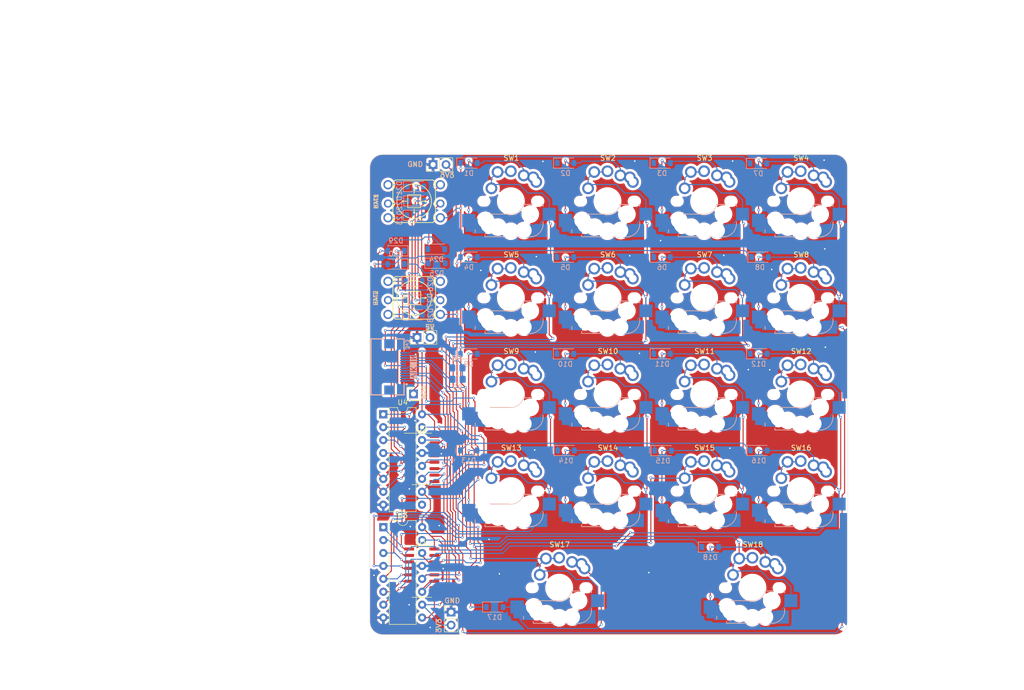
<source format=kicad_pcb>
(kicad_pcb (version 20221018) (generator pcbnew)
  (layers (0 "F.Cu" signal) (31 "B.Cu" signal) (34 "B.Paste" user) (35 "F.Paste" user) (36 "B.SilkS" user "B.Silkscreen") (37 "F.SilkS" user "F.Silkscreen") (38 "B.Mask" user) (39 "F.Mask" user) (44 "Edge.Cuts" user))
  (net 0 "")
  (net 1 "GND")
  (net 2 "+5V")
  (net 3 "Net-(D1-A)")
  (net 4 "rgb_led_in")
  (net 5 "SDA")
  (net 6 "SCL")
  (net 7 "GPIO_AD2")
  (net 8 "+3V3")
  (net 9 "MOSI")
  (net 10 "SPI_CS")
  (net 11 "MISO")
  (net 12 "SCLK")
  (net 13 "GPIO_AD1")
  (net 14 "Net-(D2-A)")
  (net 15 "Net-(D3-A)")
  (net 16 "Net-(D4-A)")
  (net 17 "Net-(D5-A)")
  (net 18 "Net-(D6-A)")
  (net 19 "Net-(D7-A)")
  (net 20 "Net-(D8-A)")
  (net 21 "Net-(D9-A)")
  (net 22 "Net-(D10-A)")
  (net 23 "Net-(D11-A)")
  (net 24 "Net-(D12-A)")
  (net 25 "Net-(D13-A)")
  (net 26 "Net-(D14-A)")
  (net 27 "Net-(D15-A)")
  (net 28 "Net-(D16-A)")
  (net 29 "Net-(D17-A)")
  (net 30 "Net-(D18-A)")
  (net 31 "Net-(D21-K)")
  (net 32 "col11")
  (net 33 "Net-(D22-K)")
  (net 34 "col12")
  (net 35 "Net-(D23-K)")
  (net 36 "col13")
  (net 37 "Net-(D24-K)")
  (net 38 "col14")
  (net 39 "Net-(D25-K)")
  (net 40 "col15")
  (net 41 "Net-(D26-K)")
  (net 42 "Net-(D27-K)")
  (net 43 "Net-(D28-K)")
  (net 44 "Net-(D29-K)")
  (net 45 "Net-(D30-K)")
  (net 46 "col0")
  (net 47 "col1")
  (net 48 "col2")
  (net 49 "col3")
  (net 50 "col4")
  (net 51 "col5")
  (net 52 "col6")
  (net 53 "col7")
  (net 54 "col8")
  (net 55 "col9")
  (net 56 "Net-(U1-QH')")
  (net 57 "col10")
  (footprint "fingerpunch:gateron-ks27-choc-v1-mx-soldered-and-hotswap" (layer "F.Cu") (at 194 155.14)
    (fp_text reference "SW14")
    (fp_text value "SW_Push")
  )
  (footprint "Package_SO:SOIC-16_3.9x9.9mm_P1.27mm" (layer "F.Cu") (at 157.515 148.815)
    (fp_text reference "U2")
    (fp_text value "SN74HC595")
  )
  (footprint "fingerpunch:gateron-ks27-choc-v1-mx-soldered-and-hotswap" (layer "F.Cu") (at 213 117.14)
    (fp_text reference "SW7")
    (fp_text value "SW_Push")
  )
  (footprint "fingerpunch:gateron-ks27-choc-v1-mx-soldered-and-hotswap" (layer "F.Cu") (at 175 136.14)
    (fp_text reference "SW9")
    (fp_text value "SW_Push")
  )
  (footprint "fingerpunch:gateron-ks27-choc-v1-mx-soldered-and-hotswap" (layer "F.Cu") (at 222.5 174.14)
    (fp_text reference "SW18")
    (fp_text value "SW_Push")
  )
  (footprint "Connector_PinHeader_2.54mm:PinHeader_1x01_P2.54mm_Vertical" (layer "F.Cu") (at 155.86 136.03)
    (fp_text reference "J2" hide)
    (fp_text value "Conn_01x01_Socket")
  )
  (footprint "fingerpunch:gateron-ks27-choc-v1-mx-soldered-and-hotswap" (layer "F.Cu") (at 194 98.14)
    (fp_text reference "SW2")
    (fp_text value "SW_Push")
  )
  (footprint "Package_SO:SOIC-16_3.9x9.9mm_P1.27mm" (layer "F.Cu") (at 157.49 170.96)
    (fp_text reference "U1")
    (fp_text value "SN74HC595")
  )
  (footprint "fingerpunch:gateron-ks27-choc-v1-mx-soldered-and-hotswap" (layer "F.Cu") (at 175 98.14)
    (fp_text reference "SW1")
    (fp_text value "SW_Push")
  )
  (footprint "fingerpunch:5Way-Tactile_K1-1506DN-01" (layer "F.Cu") (at 156 117.14)
    (fp_text reference "HAT2")
    (fp_text value "5Way-Tactile_K1-1506DN-01")
  )
  (footprint "Connector_PinHeader_2.54mm:PinHeader_1x02_P2.54mm_Vertical" (layer "F.Cu") (at 159.715 90.93 90)
    (fp_text reference "J3" hide)
    (fp_text value "Conn_01x02_Socket")
  )
  (footprint "Package_DIP:DIP-16_W7.62mm" (layer "F.Cu") (at 149.92 140.03)
    (fp_text reference "U4")
    (fp_text value "SN74HC595")
  )
  (footprint "fingerpunch:gateron-ks27-choc-v1-mx-soldered-and-hotswap" (layer "F.Cu") (at 232 117.14)
    (fp_text reference "SW8")
    (fp_text value "SW_Push")
  )
  (footprint "fingerpunch:gateron-ks27-choc-v1-mx-soldered-and-hotswap" (layer "F.Cu") (at 213 98.14)
    (fp_text reference "SW3")
    (fp_text value "SW_Push")
  )
  (footprint "fingerpunch:5Way-Tactile_K1-1506DN-01" (layer "F.Cu") (at 156 98.14)
    (fp_text reference "HAT1")
    (fp_text value "5Way-Tactile_K1-1506DN-01")
  )
  (footprint "Package_DIP:DIP-16_W7.62mm" (layer "F.Cu") (at 149.94 162.23)
    (fp_text reference "U3")
    (fp_text value "SN74HC595")
  )
  (footprint "fingerpunch:gateron-ks27-choc-v1-mx-soldered-and-hotswap" (layer "F.Cu") (at 175 155.14)
    (fp_text reference "SW13")
    (fp_text value "SW_Push")
  )
  (footprint "fingerpunch:gateron-ks27-choc-v1-mx-soldered-and-hotswap" (layer "F.Cu") (at 232 98.14)
    (fp_text reference "SW4")
    (fp_text value "SW_Push")
  )
  (footprint "fingerpunch:gateron-ks27-choc-v1-mx-soldered-and-hotswap" (layer "F.Cu") (at 213 155.14)
    (fp_text reference "SW15")
    (fp_text value "SW_Push")
  )
  (footprint "fingerpunch:gateron-ks27-choc-v1-mx-soldered-and-hotswap" (layer "F.Cu") (at 232 136.14)
    (fp_text reference "SW12")
    (fp_text value "SW_Push")
  )
  (footprint "fingerpunch:gateron-ks27-choc-v1-mx-soldered-and-hotswap" (layer "F.Cu") (at 194 136.14)
    (fp_text reference "SW10")
    (fp_text value "SW_Push")
  )
  (footprint "Connector_PinHeader_2.54mm:PinHeader_1x02_P2.54mm_Vertical" (layer "F.Cu") (at 156.575 124.92 90)
    (fp_text reference "J5" hide)
    (fp_text value "Conn_01x02_Socket")
  )
  (footprint "fingerpunch:gateron-ks27-choc-v1-mx-soldered-and-hotswap" (layer "F.Cu") (at 213 136.14)
    (fp_text reference "SW11")
    (fp_text value "SW_Push")
  )
  (footprint "fingerpunch:gateron-ks27-choc-v1-mx-soldered-and-hotswap" (layer "F.Cu") (at 175 117.14)
    (fp_text reference "SW5")
    (fp_text value "SW_Push")
  )
  (footprint "fingerpunch:gateron-ks27-choc-v1-mx-soldered-and-hotswap" (layer "F.Cu") (at 184.5 174.14)
    (fp_text reference "SW17")
    (fp_text value "SW_Push")
  )
  (footprint "Connector_PinHeader_2.54mm:PinHeader_1x02_P2.54mm_Vertical" (layer "F.Cu") (at 163.26 178.94)
    (fp_text reference "J4" hide)
    (fp_text value "Conn_01x02_Socket")
  )
  (footprint "fingerpunch:gateron-ks27-choc-v1-mx-soldered-and-hotswap" (layer "F.Cu") (at 194 117.14)
    (fp_text reference "SW6")
    (fp_text value "SW_Push")
  )
  (footprint "fingerpunch:gateron-ks27-choc-v1-mx-soldered-and-hotswap" (layer "F.Cu") (at 232 155.14)
    (fp_text reference "SW16")
    (fp_text value "SW_Push")
  )
  (footprint "Diode_SMD:D_SOD-123" (layer "B.Cu") (at 171.82 177.93)
    (fp_text reference "D17")
    (fp_text value "1N4148W")
  )
  (footprint "Diode_SMD:D_SOD-123" (layer "B.Cu") (at 156.01 120.48)
    (fp_text reference "D28")
    (fp_text value "1N4148")
  )
  (footprint "Resistor_SMD:R_0805_2012Metric_Pad1.20x1.40mm_HandSolder" (layer "B.Cu") (at 164.54 133.15)
    (fp_text reference "R9")
    (fp_text value "4.7kΩ")
  )
  (footprint "Diode_SMD:D_SOD-123" (layer "B.Cu") (at 152.43 107.89 180)
    (fp_text reference "D29")
    (fp_text value "1N4148")
  )
  (footprint "Diode_SMD:D_SOD-123" (layer "B.Cu") (at 214.23 166.14)
    (fp_text reference "D18")
    (fp_text value "1N4148W")
  )
  (footprint "Diode_SMD:D_SOD-123" (layer "B.Cu") (at 166.7525 109.13)
    (fp_text reference "D4")
    (fp_text value "1N4148W")
  )
  (footprint "Diode_SMD:D_SOD-123" (layer "B.Cu") (at 166.7425 90.63)
    (fp_text reference "D1")
    (fp_text value "1N4148W")
  )
  (footprint "Diode_SMD:D_SOD-123" (layer "B.Cu") (at 155.98 117.54)
    (fp_text reference "D27")
    (fp_text value "1N4148")
  )
  (footprint "Diode_SMD:D_SOD-123" (layer "B.Cu") (at 204.9225 147.18)
    (fp_text reference "D15")
    (fp_text value "1N4148W")
  )
  (footprint "Diode_SMD:D_SOD-123" (layer "B.Cu") (at 185.72 128.15)
    (fp_text reference "D10")
    (fp_text value "1N4148W")
  )
  (footprint "Diode_SMD:D_SOD-123" (layer "B.Cu") (at 185.7625 90.64)
    (fp_text reference "D2")
    (fp_text value "1N4148W")
  )
  (footprint "Diode_SMD:D_SOD-123" (layer "B.Cu") (at 155.94 113.84)
    (fp_text reference "D26")
    (fp_text value "1N4148")
  )
  (footprint "Diode_SMD:D_SOD-123" (layer "B.Cu") (at 223.72 128.13)
    (fp_text reference "D12")
    (fp_text value "1N4148W")
  )
  (footprint "Diode_SMD:D_SOD-123" (layer "B.Cu") (at 223.68 90.7)
    (fp_text reference "D7")
    (fp_text value "1N4148W")
  )
  (footprint "Diode_SMD:D_SOD-123" (layer "B.Cu") (at 156.31 98.09)
    (fp_text reference "D22")
    (fp_text value "1N4148")
  )
  (footprint "Diode_SMD:D_SOD-123" (layer "B.Cu") (at 156.21 100.9)
    (fp_text reference "D23")
    (fp_text value "1N4148")
  )
  (footprint "vik:vik-module-connector-horizontal" (layer "B.Cu") (at 151.8 130.71 90)
    (fp_text reference "J1" hide)
    (fp_text value "~")
  )
  (footprint "Resistor_SMD:R_0805_2012Metric_Pad1.20x1.40mm_HandSolder" (layer "B.Cu") (at 164.5 130.91)
    (fp_text reference "R8")
    (fp_text value "4.7kΩ")
  )
  (footprint "Diode_SMD:D_SOD-123" (layer "B.Cu") (at 156.2625 95.24)
    (fp_text reference "D21")
    (fp_text value "1N4148")
  )
  (footprint "Diode_SMD:D_SOD-123" (layer "B.Cu") (at 166.72 147.13)
    (fp_text reference "D13")
    (fp_text value "1N4148W")
  )
  (footprint "Diode_SMD:D_SOD-123" (layer "B.Cu") (at 204.7525 128.13)
    (fp_text reference "D11")
    (fp_text value "1N4148W")
  )
  (footprint "Diode_SMD:D_SOD-123" (layer "B.Cu") (at 223.7625 147.14)
    (fp_text reference "D16")
    (fp_text value "1N4148W")
  )
  (footprint "Diode_SMD:D_SOD-123" (layer "B.Cu") (at 185.86 147.14)
    (fp_text reference "D14")
    (fp_text value "1N4148W")
  )
  (footprint "Diode_SMD:D_SOD-123" (layer "B.Cu") (at 152.4375 110.5 180)
    (fp_text reference "D30")
    (fp_text value "1N4148")
  )
  (footprint "Diode_SMD:D_SOD-123" (layer "B.Cu") (at 204.73 90.65)
    (fp_text reference "D3")
    (fp_text value "1N4148W")
  )
  (footprint "Diode_SMD:D_SOD-123" (layer "B.Cu") (at 223.98 109.13)
    (fp_text reference "D8")
    (fp_text value "1N4148W")
  )
  (footprint "Diode_SMD:D_SOD-123" (layer "B.Cu") (at 160.45 110.33)
    (fp_text reference "D25")
    (fp_text value "1N4148")
  )
  (footprint "Diode_SMD:D_SOD-123" (layer "B.Cu") (at 185.73 109.14)
    (fp_text reference "D5")
    (fp_text value "1N4148W")
  )
  (footprint "Diode_SMD:D_SOD-123" (layer "B.Cu") (at 160.35 107.57)
    (fp_text reference "D24")
    (fp_text value "1N4148")
  )
  (footprint "Diode_SMD:D_SOD-123" (layer "B.Cu") (at 166.7425 128.15)
    (fp_text reference "D9")
    (fp_text value "1N4148W")
  )
  (footprint "Diode_SMD:D_SOD-123" (layer "B.Cu") (at 204.74 109.14)
    (fp_text reference "D6")
    (fp_text value "1N4148W")
  )
  (gr_line (start 147.24 91.44) (end 147.24 180.86) (stroke (width 0.05)) (layer "Edge.Cuts"))
  (gr_arc (start 149.78 183.4) (mid 147.983949 182.656051) (end 147.24 180.86) (stroke (width 0.05)) (layer "Edge.Cuts"))
  (gr_line (start 238.7 88.9) (end 149.78 88.9) (stroke (width 0.05)) (layer "Edge.Cuts"))
  (gr_line (start 149.78 183.4) (end 238.7 183.4) (stroke (width 0.05)) (layer "Edge.Cuts"))
  (gr_arc (start 241.24 180.86) (mid 240.496051 182.656051) (end 238.7 183.4) (stroke (width 0.05)) (layer "Edge.Cuts"))
  (gr_line (start 241.24 180.86) (end 241.24 91.44) (stroke (width 0.05)) (layer "Edge.Cuts"))
  (gr_arc (start 238.7 88.9) (mid 240.496051 89.643949) (end 241.24 91.44) (stroke (width 0.05)) (layer "Edge.Cuts"))
  (gr_arc (start 147.24 91.44) (mid 147.983949 89.643949) (end 149.78 88.9) (stroke (width 0.05)) (layer "Edge.Cuts"))
  (gr_text "5V" (at 160.15 123.48) (layer "B.SilkS") (effects (font (size 1 1)) (justify left bottom mirror)))
  (gr_text "3V3" (at 161.43 180.16 90) (layer "B.SilkS") (effects (font (size 1 1)) (justify left bottom mirror)))
  (gr_text "GND" (at 165.11 177.26) (layer "B.SilkS") (effects (font (size 1 1)) (justify left bottom mirror)))
  (gr_text "MISO" (at 157.87 135.72 -90) (layer "B.SilkS") (effects (font (size 0.75 0.75) (thickness 0.1)) (justify mirror)))
  (gr_text "GND" (at 157.82 91.47) (layer "B.SilkS") (effects (font (size 1 1)) (justify left bottom mirror)))
  (gr_text "3V3" (at 163.93 93.59) (layer "B.SilkS") (effects (font (size 1 1)) (justify left bottom mirror)))
  (gr_text "5V" (at 158.07 123.48) (layer "F.SilkS") (effects (font (size 1 1)) (justify left bottom)))
  (gr_text "MISO" (at 157.88 135.72 -90) (layer "F.SilkS") (effects (font (size 0.75 0.75) (thickness 0.1))))
  (gr_text "3V3" (at 161.44 183.05 90) (layer "F.SilkS") (effects (font (size 1 1)) (justify left bottom)))
  (gr_text "3V3" (at 161.04 93.6) (layer "F.SilkS") (effects (font (size 1 1)) (justify left bottom)))
  (gr_text "GND" (at 154.57 91.47) (layer "F.SilkS") (effects (font (size 1 1)) (justify left bottom)))
  (gr_text "GND" (at 161.86 177.26) (layer "F.SilkS") (effects (font (size 1 1)) (justify left bottom)))
  (segment (start 160.95 148.18) (end 161.34 147.79) (width 0.2) (layer "F.Cu") (net 1))
  (segment (start 161.71 170.36) (end 160 170.36) (width 0.2) (layer "F.Cu") (net 1))
  (segment (start 160 170.36) (end 159.965 170.325) (width 0.2) (layer "F.Cu") (net 1))
  (segment (start 159.99 148.18) (end 160.95 148.18) (width 0.2) (layer "F.Cu") (net 1))
  (via (at 148.1 171.68) (size 0.5) (drill 0.3) (layers "F.Cu" "B.Cu") (net 1))
  (via (at 199.37 90.24) (size 0.5) (drill 0.3) (layers "F.Cu" "B.Cu") (net 1))
  (via (at 170.71 164.62) (size 0.5) (drill 0.3) (layers "F.Cu" "B.Cu") (net 1))
  (via (at 202.15 171.15) (size 0.5) (drill 0.3) (layers "F.Cu" "B.Cu") (net 1))
  (via (at 169.09 111.73) (size 0.5) (drill 0.3) (layers "F.Cu" "B.Cu") (net 1))
  (via (at 155.06 154.69) (size 0.5) (drill 0.3) (layers "F.Cu" "B.Cu") (net 1))
  (via (at 179.83 127.79) (size 0.5) (drill 0.3) (layers "F.Cu" "B.Cu") (net 1))
  (via (at 216.88 108.79) (size 0.5) (drill 0.3) (layers "F.Cu" "B.Cu") (net 1))
  (via (at 155.15 137.4) (size 0.5) (drill 0.3) (layers "F.Cu" "B.Cu") (net 1))
  (via (at 156.28 128.25) (size 0.5) (drill 0.3) (layers "F.Cu" "B.Cu") (net 1))
  (via (at 156.14 141.29) (size 0.5) (drill 0.3) (layers "F.Cu" "B.Cu") (net 1))
  (via (at 218.62 90.24) (size 0.5) (drill 0.3) (layers "F.Cu" "B.Cu") (net 1))
  (via (at 225.91 131.28) (size 0.5) (drill 0.3) (layers "F.Cu" "B.Cu") (net 1))
  (via (at 159.15 181.96) (size 0.5) (drill 0.3) (layers "F.Cu" "B.Cu") (net 1))
  (via (at 198.45 146.55) (size 0.5) (drill 0.3) (layers "F.Cu" "B.Cu") (net 1))
  (via (at 180.02 109.03) (size 0.5) (drill 0.3) (layers "F.Cu" "B.Cu") (net 1))
  (via (at 198.38 108.86) (size 0.5) (drill 0.3) (layers "F.Cu" "B.Cu") (net 1))
  (via (at 181.32 90.31) (size 0.5) (drill 0.3) (layers "F.Cu" "B.Cu") (net 1))
  (via (at 226.3 111.56) (size 0.5) (drill 0.3) (layers "F.Cu" "B.Cu") (net 1))
  (via (at 236.6 90.06) (size 0.5) (drill 0.3) (layers "F.Cu" "B.Cu") (net 1))
  (via (at 200.29 128.06) (size 0.5) (drill 0.3) (layers "F.Cu" "B.Cu") (net 1))
  (via (at 155 177.48) (size 0.5) (drill 0.3) (layers "F.Cu" "B.Cu") (net 1))
  (via (at 218.08 146.7) (size 0.5) (drill 0.3) (layers "F.Cu" "B.Cu") (net 1))
  (via (at 236.75 107.51) (size 0.5) (drill 0.3) (layers "F.Cu" "B.Cu") (net 1))
  (via (at 172.75 171.4) (size 0.5) (drill 0.3) (layers "F.Cu" "B.Cu") (net 1))
  (via (at 155.24 162.1) (size 0.5) (drill 0.3) (layers "F.Cu" "B.Cu") (net 1))
  (via (at 179.69 147.06) (size 0.5) (drill 0.3) (layers "F.Cu" "B.Cu") (net 1))
  (via (at 161.34 147.79) (size 0.5) (drill 0.3) (layers "F.Cu" "B.Cu") (net 1))
  (via (at 161.71 170.36) (size 0.5) (drill 0.3) (layers "F.Cu" "B.Cu") (net 1))
  (via (at 236.85 126.84) (size 0.5) (drill 0.3) (layers "F.Cu" "B.Cu") (net 1))
  (via (at 204.44 105.87) (size 0.5) (drill 0.3) (layers "F.Cu" "B.Cu") (net 1))
  (via (at 221.7 131.25) (size 0.5) (drill 0.3) (layers "F.Cu" "B.Cu") (net 1))
  (via (at 160.91 161.92) (size 0.5) (drill 0.3) (layers "F.Cu" "B.Cu") (net 1))
  (segment (start 155.24 162.1) (end 156.56 160.78) (width 0.2) (layer "B.Cu") (net 1))
  (segment (start 156.07 128.46) (end 156.28 128.25) (width 0.2) (layer "B.Cu") (net 1))
  (segment (start 153.838 128.46) (end 155.67 128.46) (width 0.2) (layer "B.Cu") (net 1))
  (segment (start 161.2 169.85) (end 161.71 170.36) (width 0.2) (layer "B.Cu") (net 1))
  (segment (start 156.56 160.78) (end 159.77 160.78) (width 0.2) (layer "B.Cu") (net 1))
  (segment (start 159.77 160.78) (end 160.91 161.92) (width 0.2) (layer "B.Cu") (net 1))
  (segment (start 155.67 128.46) (end 156.07 128.46) (width 0.2) (layer "B.Cu") (net 1))
  (segment (start 157.56 169.85) (end 161.2 169.85) (width 0.2) (layer "B.Cu") (net 1))
  (segment (start 150.32 130.43) (end 150.32 123.56) (width 0.2) (layer "F.Cu") (net 2))
  (via (at 150.32 130.43) (size 0.5) (drill 0.3) (layers "F.Cu" "B.Cu") (net 2))
  (via (at 150.32 123.56) (size 0.5) (drill 0.3) (layers "F.Cu" "B.Cu") (net 2))
  (segment (start 150.32 123.56) (end 157.8 123.56) (width 0.2) (layer "B.Cu") (net 2))
  (segment (start 150.35 130.46) (end 150.32 130.43) (width 0.2) (layer "B.Cu") (net 2))
  (segment (start 153.838 130.46) (end 150.35 130.46) (width 0.2) (layer "B.Cu") (net 2))
  (segment (start 157.8 123.605) (end 159.115 124.92) (width 0.2) (layer "B.Cu") (net 2))
  (segment (start 157.8 123.56) (end 157.8 123.605) (width 0.2) (layer "B.Cu") (net 2))
  (segment (start 166.715 99.85) (end 166.715 90.17) (width 0.2) (layer "F.Cu") (net 3))
  (segment (start 166.715 90.17) (end 166.745 90.14) (width 0.2) (layer "F.Cu") (net 3))
  (via (at 166.745 90.14) (size 0.5) (drill 0.3) (layers "F.Cu" "B.Cu") (net 3))
  (via (at 166.715 99.85) (size 0.5) (drill 0.3) (layers "F.Cu" "B.Cu") (net 3))
  (segment (start 169.35 90.63) (end 168.3925 90.63) (width 0.2) (layer "B.Cu") (net 3))
  (segment (start 175.94 90.24) (end 169.74 90.24) (width 0.2) (layer "B.Cu") (net 3))
  (segment (start 166.72 101.94) (end 166.72 99.855) (width 0.2) (layer "B.Cu") (net 3))
  (segment (start 168.3925 90.63) (end 167.235 90.63) (width 0.2) (layer "B.Cu") (net 3))
  (segment (start 177.54 91.84) (end 175.94 90.24) (width 0.2) (layer "B.Cu") (net 3))
  (segment (start 166.72 99.855) (end 166.715 99.85) (width 0.2) (layer "B.Cu") (net 3))
  (segment (start 169.74 90.24) (end 169.35 90.63) (width 0.2) (layer "B.Cu") (net 3))
  (segment (start 167.235 90.63) (end 166.745 90.14) (width 0.2) (layer "B.Cu") (net 3))
  (segment (start 177.54 93.06) (end 177.54 91.84) (width 0.2) (layer "B.Cu") (net 3))
  (segment (start 163.5 130.91) (end 161.55 128.96) (width 0.2) (layer "B.Cu") (net 5))
  (segment (start 161.55 128.96) (end 153.838 128.96) (width 0.2) (layer "B.Cu") (net 5))
  (segment (start 163.54 133.15) (end 163.03 133.15) (width 0.2) (layer "B.Cu") (net 6))
  (segment (start 159.34 129.46) (end 153.838 129.46) (width 0.2) (layer "B.Cu") (net 6))
  (segment (start 163.03 133.15) (end 159.34 129.46) (width 0.2) (layer "B.Cu") (net 6))
  (segment (start 166.63 145.73) (end 166.63 139.75) (width 0.2) (layer "F.Cu") (net 7))
  (segment (start 165.6 135.53) (end 164.41 134.34) (width 0.2) (layer "F.Cu") (net 7))
  (segment (start 165.6 138.72) (end 165.6 135.53) (width 0.2) (layer "F.Cu") (net 7))
  (segment (start 164.41 120.34) (end 164.41 110.39) (width 0.2) (layer "F.Cu") (net 7))
  (segment (start 164.41 110.39) (end 164.4 110.38) (width 0.2) (layer "F.Cu") (net 7))
  (segment (start 166.63 139.75) (end 165.6 138.72) (width 0.2) (layer "F.Cu") (net 7))
  (segment (start 164.41 134.34) (end 164.41 120.34) (width 0.2) (layer "F.Cu") (net 7))
  (via (at 166.63 145.73) (size 0.5) (drill 0.3) (layers "F.Cu" "B.Cu") (net 7))
  (via (at 164.41 120.34) (size 0.5) (drill 0.3) (layers "F.Cu" "B.Cu") (net 7))
  (via (at 164.4 110.38) (size 0.5) (drill 0.3) (layers "F.Cu" "B.Cu") (net 7))
  (via (at 165.6 135.53) (size 0.5) (drill 0.3) (layers "F.Cu" "B.Cu") (net 7))
  (segment (start 202.67 145.73) (end 220.7025 145.73) (width 0.2) (layer "B.Cu") (net 7))
  (segment (start 162.63 135.53) (end 159.06 131.96) (width 0.2) (layer "B.Cu") (net 7))
  (segment (start 221.03 107.83) (end 222.33 109.13) (width 0.2) (layer "B.Cu") (net 7))
  (segment (start 184.08 109.14) (end 184.08 108.56) (width 0.2) (layer "B.Cu") (net 7))
  (segment (start 203.09 108.62) (end 202.3 107.83) (width 0.2) (layer "B.Cu") (net 7))
  (segment (start 183.65 145.73) (end 202.67 145.73) (width 0.2) (layer "B.Cu") (net 7))
  (segment (start 166.63 145.73) (end 183.65 145.73) (width 0.2) (layer "B.Cu") (net 7))
  (segment (start 161.15 120.39) (end 164.36 120.39) (width 0.2) (layer "B.Cu") (net 7))
  (segment (start 164.36 120.39) (end 164.41 120.34) (width 0.2) (layer "B.Cu") (net 7))
  (segment (start 203.2725 146.3325) (end 202.67 145.73) (width 0.2) (layer "B.Cu") (net 7))
  (segment (start 165.1025 109.13) (end 166.4025 107.83) (width 0.2) (layer "B.Cu") (net 7))
  (segment (start 184.21 147.14) (end 184.21 146.29) (width 0.2) (layer "B.Cu") (net 7))
  (segment (start 203.09 109.14) (end 203.09 108.62) (width 0.2) (layer "B.Cu") (net 7))
  (segment (start 165.6 135.53) (end 162.63 135.53) (width 0.2) (layer "B.Cu") (net 7))
  (segment (start 220.7025 145.73) (end 222.1125 147.14) (width 0.2) (layer "B.Cu") (net 7))
  (segment (start 202.3 107.83) (end 221.03 107.83) (width 0.2) (layer "B.Cu") (net 7))
  (segment (start 203.2725 147.18) (end 203.2725 146.3325) (width 0.2) (layer "B.Cu") (net 7))
  (segment (start 164.4 109.8325) (end 165.1025 109.13) (width 0.2) (layer "B.Cu") (net 7))
  (segment (start 166.63 145.73) (end 165.23 147.13) (width 0.2) (layer "B.Cu") (net 7))
  (segment (start 164.4 110.38) (end 164.4 109.8325) (width 0.2) (layer "B.Cu") (net 7))
  (segment (start 166.4025 107.83) (end 183.35 107.83) (width 0.2) (layer "B.Cu") (net 7))
  (segment (start 184.21 146.29) (end 183.65 145.73) (width 0.2) (layer "B.Cu") (net 7))
  (segment (start 184.08 108.56) (end 183.35 107.83) (width 0.2) (layer "B.Cu") (net 7))
  (segment (start 159.06 131.96) (end 153.838 131.96) (width 0.2) (layer "B.Cu") (net 7))
  (segment (start 183.35 107.83) (end 202.3 107.83) (width 0.2) (layer "B.Cu") (net 7))
  (segment (start 165.23 147.13) (end 165.07 147.13) (width 0.2) (layer "B.Cu") (net 7))
  (segment (start 159.965 166.515) (end 159.965 164.635) (width 0.2) (layer "F.Cu") (net 8))
  (segment (start 160.98 177.47) (end 161.73 176.72) (width 0.2) (layer "F.Cu") (net 8))
  (segment (start 162.255 90.93) (end 164.25 92.925) (width 0.2) (layer "F.Cu") (net 8))
  (segment (start 158.67 140.03) (end 157.54 140.03) (width 0.2) (layer "F.Cu") (net 8))
  (segment (start 157.54 140.03) (end 157.54 127.61) (width 0.2) (layer "F.Cu") (net 8))
  (segment (start 157.56 162.23) (end 157.56 160.34) (width 0.2) (layer "F.Cu") (net 8))
  (segment (start 169.03 144.23) (end 169.72 144.92) (width 0.2) (layer "F.Cu") (net 8))
  (segment (start 164.25 92.925) (end 164.25 108.86) (width 0.2) (layer "F.Cu") (net 8))
  (segment (start 157.56 160.34) (end 159.18 158.72) (width 0.2) (layer "F.Cu") (net 8))
  (segment (start 159.99 144.37) (end 159.99 141.35) (width 0.2) (layer "F.Cu") (net 8))
  (segment (start 162.4 167.46) (end 162.07 167.13) (width 0.2) (layer "F.Cu") (net 8))
  (segment (start 159.99 141.35) (end 158.67 140.03) (width 0.2) (layer "F.Cu") (net 8))
  (segment (start 159.18 158.72) (end 159.18 156.91) (width 0.2) (layer "F.Cu") (net 8))
  (segment (start 161.73 176.72) (end 161.73 175.1) (width 0.2) (layer "F.Cu") (net 8))
  (segment (start 159.99 151.99) (end 161.65 151.99) (width 0.2) (layer "F.Cu") (net 8))
  (segment (start 161.73 175.1) (end 160.765 174.135) (width 0.2) (layer "F.Cu") (net 8))
  (segment (start 161.45 124.46) (end 161.45 127.59) (width 0.2) (layer "F.Cu") (net 8))
  (segment (start 159.36 164.03) (end 157.56 162.23) (width 0.2) (layer "F.Cu") (net 8))
  (segment (start 161.215 174.135) (end 162.4 172.95) (width 0.2) (layer "F.Cu") (net 8))
  (segment (start 162.07 167.13) (end 162.07 164.82) (width 0.2) (layer "F.Cu") (net 8))
  (segment (start 159.18 156.91) (end 157.54 155.27) (width 0.2) (layer "F.Cu") (net 8))
  (segment (start 162.4 172.95) (end 162.4 167.46) (width 0.2) (layer "F.Cu") (net 8))
  (segment (start 161.65 151.99) (end 161.88 151.76) (width 0.2) (layer "F.Cu") (net 8))
  (segment (start 164.25 108.86) (end 163.64 109.47) (width 0.2) (layer "F.Cu") (net 8))
  (segment (start 159.965 164.635) (end 159.36 164.03) (width 0.2) (layer "F.Cu") (net 8))
  (segment (start 160.765 174.135) (end 159.965 174.135) (width 0.2) (layer "F.Cu") (net 8))
  (segment (start 161.28 164.03) (end 159.36 164.03) (width 0.2) (layer "F.Cu") (net 8))
  (segment (start 161.45 127.59) (end 161.47 127.61) (width 0.2) (layer "F.Cu") (net 8))
  (segment (start 162.07 164.82) (end 161.28 164.03) (width 0.2) (layer "F.Cu") (net 8))
  (segment (start 163.64 122.27) (end 161.45 124.46) (width 0.2) (layer "F.Cu") (net 8))
  (segment (start 163.64 109.47) (end 163.64 122.27) (width 0.2) (layer "F.Cu") (net 8))
  (segment (start 159.965 174.135) (end 161.215 174.135) (width 0.2) (layer "F.Cu") (net 8))
  (segment (start 169.72 144.92) (end 169.72 149.94) (width 0.2) (layer "F.Cu") (net 8))
  (via (at 161.88 151.76) (size 0.5) (drill 0.3) (layers "F.Cu" "B.Cu") (net 8))
  (via (at 169.72 149.94) (size 0.5) (drill 0.3) (layers "F.Cu" "B.Cu") (net 8))
  (via (at 157.54 127.61) (size 0.5) (drill 0.3) (layers "F.Cu" "B.Cu") (net 8))
  (via (at 161.47 127.61) (size 0.5) (drill 0.3) (layers "F.Cu" "B.Cu") (net 8))
  (via (at 169.03 144.23) (size 0.5) (drill 0.3) (layers "F.Cu" "B.Cu") (net 8))
  (via (at 160.98 177.47) (size 0.5) (drill 0.3) (layers "F.Cu" "B.Cu") (net 8))
  (segment (start 157.52 127.59) (end 157.54 127.61) (width 0.2) (layer "B.Cu") (net 8))
  (segment (start 157.54 140.03) (end 163.06 140.03) (width 0.2) (layer "B.Cu") (net 8))
  (segment (start 161.47 127.61) (end 161.8 127.61) (width 0.2) (layer "B.Cu") (net 8))
  (segment (start 161.8 127.61) (end 163.72 129.53) (width 0.2) (layer "B.Cu") (net 8))
  (segment (start 159.96 152.83) (end 158.91 153.88) (width 0.2) (layer "B.Cu") (net 8))
  (segment (start 158.67 154.12) (end 158.67 154.14) (width 0.2) (layer "B.Cu") (net 8))
  (segment (start 165.5 130.37) (end 165.5 130.91) (width 0.2) (layer "B.Cu") (net 8))
  (segment (start 165.5 133.11) (end 165.54 133.15) (width 0.2) (layer "B.Cu") (net 8))
  (segment (start 166.44 149.94) (end 162.5 153.88) (width 0.2) (layer "B.Cu") (net 8))
  (segment (start 158.67 154.14) (end 157.54 155.27) (width 0.2) (layer "B.Cu") (net 8))
  (segment (start 163.72 129.53) (end 164.66 129.53) (width 0.2) (layer "B.Cu") (net 8))
  (segment (start 163.06 140.03) (end 165.34 142.31) (width 0.2) (layer "B.Cu") (net 8))
  (segment (start 169.72 149.94) (end 166.44 149.94) (width 0.2) (layer "B.Cu") (net 8))
  (segment (start 165.5 130.91) (end 165.5 133.11) (width 0.2) (layer "B.Cu") (net 8))
  (segment (start 163.26 181.48) (end 161.57 181.48) (width 0.2) (layer "B.Cu") (net 8))
  (segment (start 155.09 127.96) (end 155.46 127.59) (width 0.2) (layer "B.Cu") (net 8))
  (segment (start 157.54 127.61) (end 161.47 127.61) (width 0.2) (layer "B.Cu") (net 8))
  (segment (start 161.88 151.76) (end 160.81 152.83) (width 0.2) (layer "B.Cu") (net 8))
  (segment (start 160.81 152.83) (end 159.96 152.83) (width 0.2) (layer "B.Cu") (net 8))
  (segment (start 165.34 142.31) (end 167.26 144.23) (width 0.2) (layer "B.Cu") (net 8))
  (segment (start 157.56 177.47) (end 160.98 177.47) (width 0.2) (layer "B.Cu") (net 8))
  (segment (start 153.838 127.96) (end 155.09 127.96) (width 0.2) (layer "B.Cu") (net 8))
  (segment (start 162.5 153.88) (end 158.91 153.88) (width 0.2) (layer "B.Cu") (net 8))
  (segment (start 164.66 129.53) (end 165.5 130.37) (width 0.2) (layer "B.Cu") (net 8))
  (segment (start 161.57 181.48) (end 157.56 177.47) (width 0.2) (layer "B.Cu") (net 8))
  (segment (start 167.26 144.23) (end 169.03 144.23) (width 0.2) (layer "B.Cu") (net 8))
  (segment (start 158.91 153.88) (end 158.67 154.12) (width 0.2) (layer "B.Cu") (net 8))
  (segment (start 155.46 127.59) (end 157.52 127.59) (width 0.2) (layer "B.Cu") (net 8))
  (segment (start 167.96 145.84) (end 167.96 137.59) (width 0.2) (layer "F.Cu") (net 9))
  (segment (start 167.96 137.59) (end 167.83 137.46) (width 0.2) (layer "F.Cu") (net 9))
  (segment (start 168.55 165.11) (end 168.55 162.23) (width 0.2) (layer "F.Cu") (net 9))
  (segment (start 169.03 169.22) (end 169.03 165.59) (width 0.2) (layer "F.Cu") (net 9))
  (segment (start 168.55 146.43) (end 167.96 145.84) (width 0.2) (layer "F.Cu") (net 9))
  (segment (start 169.03 165.59) (end 168.83 165.39) (width 0.2) (layer "F.Cu") (net 9))
  (segment (start 158.39 130.77) (end 158.27 130.65) (width 0.2) (layer "F.Cu") (net 9))
  (segment (start 168.83 165.39) (end 168.55 165.11) (width 0.2) (layer "F.Cu") (net 9))
  (segment (start 157.56 167.84) (end 157.56 167.31) (width 0.2) (layer "F.Cu") (net 9))
  (segment (start 161.375 169.055) (end 161.72 168.71) (width 0.2) (layer "F.Cu") (net 9))
  (segment (start 159.965 169.055) (end 161.375 169.055) (width 0.2) (layer "F.Cu") (net 9))
  (segment (start 158.775 169.055) (end 157.56 167.84) (width 0.2) (layer "F.Cu") (net 9))
  (segment (start 168.55 152.9) (end 168.55 146.43) (width 0.2) (layer "F.Cu") (net 9))
  (segment (start 167.83 137.46) (end 167.69 137.32) (width 0.2) (layer "F.Cu") (net 9))
  (segment (start 158.39 137.46) (end 158.39 130.77) (width 0.2) (layer "F.Cu") (net 9))
  (segment (start 167.69 137.32) (end 167.69 136.84) (width 0.2) (layer "F.Cu") (net 9))
  (segment (start 159.965 169.055) (end 158.775 169.055) (width 0.2) (layer "F.Cu") (net 9))
  (via (at 168.55 162.23) (size 0.5) (drill 0.3) (layers "F.Cu" "B.Cu") (net 9))
  (via (at 168.55 152.9) (size 0.5) (drill 0.3) (layers "F.Cu" "B.Cu") (net 9))
  (via (at 158.39 137.46) (size 0.5) (drill 0.3) (layers "F.Cu" "B.Cu") (net 9))
  (via (at 161.72 168.71) (size 0.5) (drill 0.3) (layers "F.Cu" "B.Cu") (net 9))
  (via (at 167.69 136.84) (size 0.5) (drill 0.3) (layers "F.Cu" "B.Cu") (net 9))
  (via (at 158.27 130.65) (size 0.5) (drill 0.3) (layers "F.Cu" "B.Cu") (net 9))
  (via (at 169.03 169.22) (size 0.5) (drill 0.3) (layers "F.Cu" "B.Cu") (net 9))
  (segment (start 164.62 158.04) (end 164.62 157.637818) (width 0.2) (layer "B.Cu") (net 9))
  (segment (start 167.69 136.84) (end 163.94 136.84) (width 0.2) (layer "B.Cu") (net 9))
  (segment (start 164.62 160.59) (end 164.62 158.04) (width 0.2) (layer "B.Cu") (net 9))
  (segment (start 155.02 131.46) (end 155.7 130.78) (width 0.2) (layer "B.Cu") (net 9))
  (segment (start 165.24 161.21) (end 164.62 160.59) (width 0.2) (layer "B.Cu") (net 9))
  (segment (start 168.55 162.23) (end 166.26 162.23) (width 0.2) (layer "B.Cu") (net 9))
  (segment (start 153.838 131.46) (end 155.02 131.46) (width 0.2) (layer "B.Cu") (net 9))
  (segment (start 164.62 157.637818) (end 166.06 156.197818) (width 0.2) (layer "B.Cu") (net 9))
  (segment (start 166.24 169.22) (end 169.03 169.22) (width 0.2) (layer "B.Cu") (net 9))
  (segment (start 166.26 162.23) (end 165.24 161.21) (width 0.2) (layer "B.Cu") (net 9))
  (segment (start 165.73 168.71) (end 165.99 168.97) (width 0.2) (layer "B.Cu") (net 9))
  (segment (start 155.83 130.65) (end 158.27 130.65) (width 0.2) (layer "B.Cu") (net 9))
  (segment (start 161.72 168.71) (end 165.73 168.71) (width 0.2) (layer "B.Cu") (net 9))
  (segment (start 155.7 130.78) (end 155.83 130.65) (width 0.2) (layer "B.Cu") (net 9))
  (segment (start 166.06 156.197818) (end 166.06 155.78) (width 0.2) (layer "B.Cu") (net 9))
  (segment (start 163.94 136.84) (end 163.67 137.11) (width 0.2) (layer "B.Cu") (net 9))
  (segment (start 166.06 155.39) (end 168.55 152.9) (width 0.2) (layer "B.Cu") (net 9))
  (segment (start 166.06 155.78) (end 166.06 155.39) (width 0.2) (layer "B.Cu") (net 9))
  (segment (start 165.99 168.97) (end 166.24 169.22) (width 0.2) (layer "B.Cu") (net 9))
  (segment (start 163.32 137.46) (end 158.39 137.46) (width 0.2) (layer "B.Cu") (net 9))
  (segment (start 163.67 137.11) (end 163.32 137.46) (width 0.2) (layer "B.Cu") (net 9))
  (segment (start 163.1205 148.99) (end 163.1205 144.6705) (width 0.2) (layer "F.Cu") (net 10))
  (segment (start 158.355 171.595) (end 157.56 172.39) (width 0.2) (layer "F.Cu") (net 10))
  (segment (start 164.84 167.82) (end 164.84 171.57) (width 0.2) (layer "F.Cu") (net 10))
  (segment (start 162.44 136.56) (end 161.72 135.84) (width 0.2) (layer "F.Cu") (net 10))
  (segment (start 164.06 167.04) (end 164.84 167.82) (width 0.2) (layer "F.Cu") (net 10))
  (segment (start 163.1205 144.6705) (end 162.67 144.22) (width 0.2) (layer "F.Cu") (net 10))
  (segment (start 162.44 140) (end 162.44 136.56) (width 0.2) (layer "F.Cu") (net 10))
  (segment (start 163.55 165.65) (end 164.06 166.16) (width 0.2) (layer "F.Cu") (net 10))
  (segment (start 163.55 159.38) (end 163.55 165.65) (width 0.2) (layer "F.Cu") (net 10))
  (segment (start 163.1205 148.99) (end 163.1205 158.9505) (width 0.2) (layer "F.Cu") (net 10))
  (segment (start 162.67 140.23) (end 162.44 140) (width 0.2) (layer "F.Cu") (net 10))
  (segment (start 163.1205 158.9505) (end 163.55 159.38) (width 0.2) (layer "F.Cu") (net 10))
  (segment (start 159.965 171.595) (end 158.355 171.595) (width 0.2) (layer "F.Cu") (net 10))
  (segment (start 164.06 166.16) (end 164.06 167.04) (width 0.2) (layer "F.Cu") (net 10))
  (segment (start 158.28 149.45) (end 157.54 150.19) (width 0.2) (layer "F.Cu") (net 10))
  (segment (start 159.99 149.45) (end 158.28 149.45) (width 0.2) (layer "F.Cu") (net 10))
  (segment (start 162.67 144.22) (end 162.67 140.23) (width 0.2) (layer "F.Cu") (net 10))
  (via (at 161.72 135.84) (size 0.5) (drill 0.3) (layers "F.Cu" "B.Cu") (net 10))
  (via (at 163.1205 148.99) (size 0.5) (drill 0.3) (layers "F.Cu" "B.Cu") (net 10))
  (via (at 164.84 171.57) (size 0.5) (drill 0.3) (layers "F.Cu" "B.Cu") (net 10))
  (segment (start 158.74 148.99) (end 157.54 150.19) (width 0.2) (layer "B.Cu") (net 10))
  (segment (start 157.67 172.39) (end 157.56 172.39) (width 0.2) (layer "B.Cu") (net 10))
  (segment (start 164.84 171.57) (end 158.49 171.57) (width 0.2) (layer "B.Cu") (net 10))
  (segment (start 158.34 132.46) (end 153.838 132.46) (width 0.2) (layer "B.Cu") (net 10))
  (segment (start 163.1205 148.99) (end 158.74 148.99) (width 0.2) (layer "B.Cu") (net 10))
  (segment (start 161.72 135.84) (end 158.34 132.46) (width 0.2) (layer "B.Cu") (net 10))
  (segment (start 158.49 171.57) (end 157.67 172.39) (width 0.2) (layer "B.Cu") (net 10))
  (segment (start 156.72 133.12) (end 156.72 134.39) (width 0.2) (layer "F.Cu") (net 11))
  (segment (start 155.86 136.03) (end 155.86 135.25) (width 0.2) (layer "F.Cu") (net 11))
  (segment (start 155.86 135.25) (end 156.72 134.39) (width 0.2) (layer "F.Cu") (net 11))
  (via (at 156.72 133.12) (size 0.5) (drill 0.3) (layers "F.Cu" "B.Cu") (net 11))
  (segment (start 153.838 132.96) (end 156.56 132.96) (width 0.2) (layer "B.Cu") (net 11))
  (segment (start 156.56 132.96) (end 156.72 133.12) (width 0.2) (layer "B.Cu") (net 11))
  (segment (start 161.58 150.72) (end 161.84 150.46) (width 0.2) (layer "F.Cu") (net 12))
  (segment (start 162.12 144.54) (end 162.49 144.91) (width 0.2) (layer "F.Cu") (net 12))
  (segment (start 159.965 172.865) (end 159.155 172.865) (width 0.2) (layer "F.Cu") (net 12))
  (segment (start 161.76 136.88) (end 161.76 140.16) (width 0.2) (layer "F.Cu") (net 12))
  (segment (start 159.155 172.865) (end 157.56 174.46) (width 0.2) (layer "F.Cu") (net 12))
  (segment (start 163.47 166.49) (end 163.06 166.08) (width 0.2) (layer "F.Cu") (net 12))
  (segment (start 162.12 140.52) (end 162.12 144.54) (width 0.2) (layer "F.Cu") (net 12))
  (segment (start 162.49 144.91) (end 162.49 149.81) (width 0.2) (layer "F.Cu") (net 12))
  (segment (start 162.49 159.11) (end 162.49 149.81) (width 0.2) (layer "F.Cu") (net 12))
  (segment (start 163.06 166.08) (end 163.06 159.68) (width 0.2) (layer "F.Cu") (net 12))
  (segment (start 164.81 172.62) (end 164.14 171.95) (width 0.2) (layer "F.Cu") (net 12))
  (segment (start 162.49 149.81) (end 161.84 150.46) (width 0.2) (layer "F.Cu") (net 12))
  (segment (start 159.99 150.72) (end 161.58 150.72) (width 0.2) (layer "F.Cu") (net 12))
  (segment (start 163.47 167.36) (end 163.47 166.49) (width 0.2) (layer "F.Cu") (net 12))
  (segment (start 157.56 174.46) (end 157.56 174.93) (width 0.2) (layer "F.Cu") (net 12))
  (segment (start 163.06 159.68) (end 162.49 159.11) (width 0.2) (layer "F.Cu") (net 12))
  (segment (start 164.14 171.95) (end 164.14 168.03) (width 0.2) (layer "F.Cu") (net 12))
  (segment (start 164.14 168.03) (end 163.47 167.36) (width 0.2) (layer "F.Cu") (net 12))
  (segment (start 161.76 140.16) (end 162.12 140.52) (width 0.2) (layer "F.Cu") (net 12))
  (via (at 161.76 136.88) (size 0.5) (drill 0.3) (layers "F.Cu" "B.Cu") (net 12))
  (via (at 164.81 172.62) (size 0.5) (drill 0.3) (layers "F.Cu" "B.Cu") (net 12))
  (via (at 161.84 150.46) (size 0.5) (drill 0.3) (layers "F.Cu" "B.Cu") (net 12))
  (segment (start 156.295 133.855) (end 158.735 133.855) (width 0.2) (layer "B.Cu") (net 12))
  (segment (start 158.735 133.855) (end 161.76 136.88) (width 0.2) (layer "B.Cu") (net 12))
  (segment (start 164.63 172.44) (end 164.81 172.62) (width 0.2) (layer "B.Cu") (net 12))
  (segment (start 157.56 174.93) (end 160.05 172.44) (width 0.2) (layer "B.Cu") (net 12))
  (segment (start 153.838 133.46) (end 155.9 133.46) (width 0.2) (layer "B.Cu") (net 12))
  (segment (start 160.05 172.44) (end 160.47 172.44) (width 0.2) (layer "B.Cu") (net 12))
  (segment (start 160.47 172.44) (end 164.63 172.44) (width 0.2) (layer "B.Cu") (net 12))
  (segment (start 158.84 151.43) (end 157.54 152.73) (width 0.2) (layer "B.Cu") (net 12))
  (segment (start 160.87 151.43) (end 158.84 151.43) (width 0.2) (layer "B.Cu") (net 12))
  (segment (start 155.9 133.46) (end 156.295 133.855) (width 0.2) (layer "B.Cu") (net 12))
  (segment (start 161.84 150.46) (end 160.87 151.43) (width 0.2) (layer "B.Cu") (net 12))
  (segment (start 167.8 166.01) (end 167.9 166.11) (width 0.2) (layer "F.Cu") (net 13))
  (segment (start 165.16 133.82) (end 165.16 126.86) (width 0.2) (layer "F.Cu") (net 13))
  (segment (start 165.16 126.86) (end 165.16 99.52) (width 0.2) (layer "F.Cu") (net 13))
  (segment (start 166.155 138.465) (end 167.31 139.62) (width 0.2) (layer "F.Cu") (net 13))
  (segment (start 168.21 168.82) (end 168.21 166.42) (width 0.2) (layer "F.Cu") (net 13))
  (segment (start 166.1 134.76) (end 165.16 133.82) (width 0.2) (layer "F.Cu") (net 13))
  (segment (start 167.11 169.92) (end 168.21 168.82) (width 0.2) (layer "F.Cu") (net 13))
  (segment (start 167.31 139.62) (end 167.31 146.49) (width 0.2) (layer "F.Cu") (net 13))
  (segment (start 167.31 146.49) (end 167.8 146.98) (width 0.2) (layer "F.Cu") (net 13))
  (segment (start 166.155 134.815) (end 166.155 138.465) (width 0.2) (layer "F.Cu") (net 13))
  (segment (start 167.8 146.98) (end 167.8 166.01) (width 0.2) (layer "F.Cu") (net 13))
  (segment (start 168.21 166.42) (end 167.9 166.11) (width 0.2) (layer "F.Cu") (net 13))
  (segment (start 165.16 99.52) (end 165.16 91.66) (width 0.2) (layer "F.Cu") (net 13))
  (segment (start 166.1 134.76) (end 166.155 134.815) (width 0.2) (layer "F.Cu") (net 13))
  (segment (start 167.11 177.97) (end 167.11 169.92) (width 0.2) (layer "F.Cu") (net 13))
  (via (at 165.16 91.66) (size 0.5) (drill 0.3) (layers "F.Cu" "B.Cu") (net 13))
  (via (at 165.16 99.52) (size 0.5) (drill 0.3) (layers "F.Cu" "B.Cu") (net 13))
  (via (at 166.1 134.76) (size 0.5) (drill 0.3) (layers "F.Cu" "B.Cu") (net 13))
  (via (at 167.11 177.97) (size 0.5) (drill 0.3) (layers "F.Cu" "B.Cu") (net 13))
  (via (at 167.8 166.01) (size 0.5) (drill 0.3) (layers "F.Cu" "B.Cu") (net 13))
  (via (at 165.16 126.86) (size 0.5) (drill 0.3) (layers "F.Cu" "B.Cu") (net 13))
  (segment (start 162.48 101.39) (end 164.35 99.52) (width 0.2) (layer "B.Cu") (net 13))
  (segment (start 183.41 126.86) (end 202.53 126.86) (width 0.2) (layer "B.Cu") (net 13))
  (segment (start 184.07 127.52) (end 183.41 126.86) (width 0.2) (layer "B.Cu") (net 13))
  (segment (start 203.08 90.65) (end 203.08 90.27) (width 0.2) (layer "B.Cu") (net 13))
  (segment (start 184.07 128.15) (end 184.07 127.52) (width 0.2) (layer "B.Cu") (net 13))
  (segment (start 165.16 91.66) (end 165.16 90.6975) (width 0.2) (layer "B.Cu") (net 13))
  (segment (start 162.21 134.13) (end 162.84 134.76) (width 0.2) (layer "B.Cu") (net 13))
  (segment (start 165.16 90.6975) (end 165.0925 90.63) (width 0.2) (layer "B.Cu") (net 13))
  (segment (start 155.653 130.01) (end 159.15 130.01) (width 0.2) (layer "B.Cu") (net 13))
  (segment (start 184.1125 90.64) (end 184.1125 90.0225) (width 0.2) (layer "B.Cu") (net 13))
  (segment (start 165.16 126.86) (end 183.41 126.86) (width 0.2) (layer "B.Cu") (net 13))
  (segment (start 203.08 90.27) (end 202.2 89.39) (width 0.2) (layer "B.Cu") (net 13))
  (segment (start 203.1025 128.13) (end 203.1025 127.4325) (width 0.2) (layer "B.Cu") (net 13))
  (segment (start 162.21 133.07) (end 162.21 134.13) (width 0.2) (layer "B.Cu") (net 13))
  (segment (start 165.0925 90.63) (end 166.3325 89.39) (width 0.2) (layer "B.Cu") (net 13))
  (segment (start 211.1 164.66) (end 174.33 164.66) (width 0.2) (layer "B.Cu") (net 13))
  (segment (start 212.58 166.14) (end 211.1 164.66) (width 0.2) (layer "B.Cu") (net 13))
  (segment (start 164.35 99.52) (end 165.16 99.52) (width 0.2) (layer "B.Cu") (net 13))
  (segment (start 167.15 177.93) (end 167.11 177.97) (width 0.2) (layer "B.Cu") (net 13))
  (segment (start 170.17 177.93) (end 167.15 177.93) (width 0.2) (layer "B.Cu") (net 13))
  (segment (start 202.53 126.86) (end 220.8 126.86) (width 0.2) (layer "B.Cu") (net 13))
  (segment (start 162.84 134.76) (end 166.1 134.76) (width 0.2) (layer "B.Cu") (net 13))
  (segment (start 159.15 130.01) (end 162.21 133.07) (width 0.2) (layer "B.Cu") (net 13))
  (segment (start 161.15 101.39) (end 162.48 101.39) (width 0.2) (layer "B.Cu") (net 13))
  (segment (start 220.8 126.86) (end 222.07 128.13) (width 0.2) (layer "B.Cu") (net 13))
  (segment (start 165.0925 126.9275) (end 165.16 126.86) (width 0.2) (layer "B.Cu") (net 13))
  (segment (start 203.1025 127.4325) (end 202.53 126.86) (width 0.2) (layer "B.Cu") (net 13))
  (segment (start 202.2 89.39) (end 220.72 89.39) (width 0.2) (layer "B.Cu") (net 13))
  (segment (start 153.838 130.96) (end 154.703 130.96) (width 0.2) (layer "B.Cu") (net 13))
  (segment (start 183.48 89.39) (end 202.2 89.39) (width 0.2) (layer "B.Cu") (net 13))
  (segment (start 184.1125 90.0225) (end 183.48 89.39) (width 0.2) (layer "B.Cu") (net 13))
  (segment (start 220.72 89.39) (end 222.03 90.7) (width 0.2) (layer "B.Cu") (net 13))
  (segment (start 174.33 164.66) (end 172.98 166.01) (width 0.2) (layer "B.Cu") (net 13))
  (segment (start 154.703 130.96) (end 155.653 130.01) (width 0.2) (layer "B.Cu") (net 13))
  (segment (start 165.0925 128.15) (end 165.0925 126.9275) (width 0.2) (layer "B.Cu") (net 13))
  (segment (start 172.98 166.01) (end 167.8 166.01) (width 0.2) (layer "B.Cu") (net 13))
  (segment (start 166.3325 89.39) (end 183.48 89.39) (width 0.2) (layer "B.Cu") (net 13))
  (segment (start 185.715 90.17) (end 185.745 90.14) (width 0.2) (layer "F.Cu") (net 14))
  (segment (start 185.715 99.85) (end 185.715 90.17) (width 0.2) (layer "F.Cu") (net 14))
  (via (at 185.745 90.14) (size 0.5) (drill 0.3) (layers "F.Cu" "B.Cu") (net 14))
  (via (at 185.715 99.85) (size 0.5) (drill 0.3) (layers "F.Cu" "B.Cu") (net 14))
  (segment (start 196.54 91.67) (end 195.13 90.26) (width 0.2) (layer "B.Cu") (net 14))
  (segment (start 195.13 90.26) (end 188.98 90.26) (width 0.2) (layer "B.Cu") (net 14))
  (segment (start 196.54 93.06) (end 196.54 91.67) (width 0.2) (layer "B.Cu") (net 14))
  (segment (start 186.245 90.64) (end 185.745 90.14) (width 0.2) (layer "B.Cu") (net 14))
  (segment (start 188.98 90.26) (end 188.6 90.64) (width 0.2) (layer "B.Cu") (net 14))
  (segment (start 187.4125 90.64) (end 186.245 90.64) (width 0.2) (layer "B.Cu") (net 14))
  (segment (start 185.72 99.855) (end 185.715 99.85) (width 0.2) (layer "B.Cu") (net 14))
  (segment (start 185.72 101.94) (end 185.72 99.855) (width 0.2) (layer "B.Cu") (net 14))
  (segment (start 188.6 90.64) (end 187.4125 90.64) (width 0.2) (layer "B.Cu") (net 14))
  (segment (start 204.715 99.85) (end 204.715 90.17) (width 0.2) (layer "F.Cu") (net 15))
  (segment (start 204.715 90.17) (end 204.745 90.14) (width 0.2) (layer "F.Cu") (net 15))
  (via (at 204.715 99.85) (size 0.5) (drill 0.3) (layers "F.Cu" "B.Cu") (net 15))
  (via (at 204.745 90.14) (size 0.5) (drill 0.3) (layers "F.Cu" "B.Cu") (net 15))
  (segment (start 206.38 90.65) (end 205.255 90.65) (width 0.2) (layer "B.Cu") (net 15))
  (segment (start 204.72 99.855) (end 204.715 99.85) (width 0.2) (layer "B.Cu") (net 15))
  (segment (start 214.17 90.28) (end 206.75 90.28) (width 0.2) (layer "B.Cu") (net 15))
  (segment (start 204.72 101.94) (end 204.72 99.855) (width 0.2) (layer "B.Cu") (net 15))
  (segment (start 215.54 93.06) (end 215.54 91.65) (width 0.2) (layer "B.Cu") (net 15))
  (segment (start 215.54 91.65) (end 214.17 90.28) (width 0.2) (layer "B.Cu") (net 15))
  (segment (start 206.75 90.28) (end 206.38 90.65) (width 0.2) (layer "B.Cu") (net 15))
  (segment (start 205.255 90.65) (end 204.745 90.14) (width 0.2) (layer "B.Cu") (net 15))
  (segment (start 166.715 118.85) (end 166.715 109.17) (width 0.2) (layer "F.Cu") (net 16))
  (segment (start 166.715 109.17) (end 166.745 109.14) (width 0.2) (layer "F.Cu") (net 16))
  (via (at 166.715 118.85) (size 0.5) (drill 0.3) (layers "F.Cu" "B.Cu") (net 16))
  (via (at 166.745 109.14) (size 0.5) (drill 0.3) (layers "F.Cu" "B.Cu") (net 16))
  (segment (start 166.72 118.855) (end 166.715 118.85) (width 0.2) (layer "B.Cu") (net 16))
  (segment (start 176.395 109.14) (end 177.535 110.28) (width 0.2) (layer "B.Cu") (net 16))
  (segment (start 166.745 109.14) (end 176.395 109.14) (width 0.2) (layer "B.Cu") (net 16))
  (segment (start 166.72 120.94) (end 166.72 118.855) (width 0.2) (layer "B.Cu") (net 16))
  (segment (start 177.535 110.28) (end 177.535 112.06) (width 0.2) (layer "B.Cu") (net 16))
  (segment (start 185.715 118.85) (end 185.715 109.17) (width 0.2) (layer "F.Cu") (net 17))
  (segment (start 185.715 109.17) (end 185.745 109.14) (width 0.2) (layer "F.Cu") (net 17))
  (via (at 185.715 118.85) (size 0.5) (drill 0.3) (layers "F.Cu" "B.Cu") (net 17))
  (via (at 185.745 109.14) (size 0.5) (drill 0.3) (layers "F.Cu" "B.Cu") (net 17))
  (segment (start 195.395 109.14) (end 196.535 110.28) (width 0.2) (layer "B.Cu") (net 17))
  (segment (start 185.745 109.14) (end 195.395 109.14) (width 0.2) (layer "B.Cu") (net 17))
  (segment (start 185.72 118.855) (end 185.715 118.85) (width 0.2) (layer "B.Cu") (net 17))
  (segment (start 185.72 120.94) (end 185.72 118.855) (width 0.2) (layer "B.Cu") (net 17))
  (segment (start 196.535 110.28) (end 196.535 112.06) (width 0.2) (layer "B.Cu") (net 17))
  (segment (start 204.715 118.85) (end 204.715 109.17) (width 0.2) (layer "F.Cu") (net 18))
  (segment (start 204.715 109.17) (end 204.745 109.14) (width 0.2) (layer "F.Cu") (net 18))
  (via (at 204.715 118.85) (size 0.5) (drill 0.3) (layers "F.Cu" "B.Cu") (net 18))
  (via (at 204.745 109.14) (size 0.5) (drill 0.3) (layers "F.Cu" "B.Cu") (net 18))
  (segment (start 204.745 109.14) (end 214.395 109.14) (width 0.2) (layer "B.Cu") (net 18))
  (segment (start 204.72 120.94) (end 204.72 118.855) (width 0.2) (layer "B.Cu") (net 18))
  (segment (start 215.535 110.28) (end 215.535 112.06) (width 0.2) (layer "B.Cu") (net 18))
  (segment (start 214.395 109.14) (end 215.535 110.28) (width 0.2) (layer "B.Cu") (net 18))
  (segment (start 204.72 118.855) (end 204.715 118.85) (width 0.2) (layer "B.Cu") (net 18))
  (segment (start 223.715 90.17) (end 223.745 90.14) (width 0.2) (layer "F.Cu") (net 19))
  (segment (start 223.715 99.85) (end 223.715 90.17) (width 0.2) (layer "F.Cu") (net 19))
  (via (at 223.745 90.14) (size 0.5) (drill 0.3) (layers "F.Cu" "B.Cu") (net 19))
  (via (at 223.715 99.85) (size 0.5) (drill 0.3) (layers "F.Cu" "B.Cu") (net 19))
  (segment (start 224.305 90.7) (end 223.745 90.14) (width 0.2) (layer "B.Cu") (net 19))
  (segment (start 234.54 93.06) (end 234.54 91.64) (width 0.2) (layer "B.Cu") (net 19))
  (segment (start 233.24 90.34) (end 225.69 90.34) (width 0.2) (layer "B.Cu") (net 19))
  (segment (start 225.33 90.7) (end 224.305 90.7) (width 0.2) (layer "B.Cu") (net 19))
  (segment (start 225.69 90.34) (end 225.33 90.7) (width 0.2) (layer "B.Cu") (net 19))
  (segment (start 234.54 91.64) (end 233.24 90.34) (width 0.2) (layer "B.Cu") (net 19))
  (segment (start 223.72 99.855) (end 223.715 99.85) (width 0.2) (layer "B.Cu") (net 19))
  (segment (start 223.72 101.94) (end 223.72 99.855) (width 0.2) (layer "B.Cu") (net 19))
  (segment (start 223.715 118.85) (end 223.715 109.17) (width 0.2) (layer "F.Cu") (net 20))
  (segment (start 223.715 109.17) (end 223.745 109.14) (width 0.2) (layer "F.Cu") (net 20))
  (via (at 223.715 118.85) (size 0.5) (drill 0.3) (layers "F.Cu" "B.Cu") (net 20))
  (via (at 223.745 109.14) (size 0.5) (drill 0.3) (layers "F.Cu" "B.Cu") (net 20))
  (segment (start 223.72 120.94) (end 223.72 118.855) (width 0.2) (layer "B.Cu") (net 20))
  (segment (start 223.72 118.855) (end 223.715 118.85) (width 0.2) (layer "B.Cu") (net 20))
  (segment (start 223.745 109.14) (end 233.395 109.14) (width 0.2) (layer "B.Cu") (net 20))
  (segment (start 233.395 109.14) (end 234.535 110.28) (width 0.2) (layer "B.Cu") (net 20))
  (segment (start 234.535 110.28) (end 234.535 112.06) (width 0.2) (layer "B.Cu") (net 20))
  (segment (start 166.705 137.85) (end 166.705 128.17) (width 0.2) (layer "F.Cu") (net 21))
  (segment (start 166.705 128.17) (end 166.735 128.14) (width 0.2) (layer "F.Cu") (net 21))
  (via (at 166.735 128.14) (size 0.5) (drill 0.3) (layers "F.Cu" "B.Cu") (net 21))
  (via (at 166.705 137.85) (size 0.5) (drill 0.3) (layers "F.Cu" "B.Cu") (net 21))
  (segment (start 166.735 128.14) (end 176.385 128.14) (width 0.2) (layer "B.Cu") (net 21))
  (segment (start 177.525 129.28) (end 177.525 131.06) (width 0.2) (layer "B.Cu") (net 21))
  (segment (start 176.385 128.14) (end 177.525 129.28) (width 0.2) (layer "B.Cu") (net 21))
  (segment (start 166.71 137.855) (end 166.705 137.85) (width 0.2) (layer "B.Cu") (net 21))
  (segment (start 166.71 139.94) (end 166.71 137.855) (width 0.2) (layer "B.Cu") (net 21))
  (segment (start 185.705 137.85) (end 185.705 128.17) (width 0.2) (layer "F.Cu") (net 22))
  (segment (start 185.705 128.17) (end 185.735 128.14) (width 0.2) (layer "F.Cu") (net 22))
  (via (at 185.735 128.14) (size 0.5) (drill 0.3) (layers "F.Cu" "B.Cu") (net 22))
  (via (at 185.705 137.85) (size 0.5) (drill 0.3) (layers "F.Cu" "B.Cu") (net 22))
  (segment (start 185.71 137.855) (end 185.705 137.85) (width 0.2) (layer "B.Cu") (net 22))
  (segment (start 196.525 129.28) (end 196.525 131.06) (width 0.2) (layer "B.Cu") (net 22))
  (segment (start 185.71 139.94) (end 185.71 137.855) (width 0.2) (layer "B.Cu") (net 22))
  (segment (start 185.735 128.14) (end 195.385 128.14) (width 0.2) (layer "B.Cu") (net 22))
  (segment (start 195.385 128.14) (end 196.525 129.28) (width 0.2) (layer "B.Cu") (net 22))
  (segment (start 204.715 128.17) (end 204.745 128.14) (width 0.2) (layer "F.Cu") (net 23))
  (segment (start 204.715 137.85) (end 204.715 128.17) (width 0.2) (layer "F.Cu") (net 23))
  (via (at 204.715 137.85) (size 0.5) (drill 0.3) (layers "F.Cu" "B.Cu") (net 23))
  (via (at 204.745 128.14) (size 0.5) (drill 0.3) (layers "F.Cu" "B.Cu") (net 23))
  (segment (start 204.72 137.855) (end 204.715 137.85) (width 0.2) (layer "B.Cu") (net 23))
  (segment (start 214.395 128.14) (end 215.535 129.28) (width 0.2) (layer "B.Cu") (net 23))
  (segment (start 204.72 139.94) (end 204.72 137.855) (width 0.2) (layer "B.Cu") (net 23))
  (segment (start 215.535 129.28) (end 215.535 131.06) (width 0.2) (layer "B.Cu") (net 23))
  (segment (start 204.745 128.14) (end 214.395 128.14) (width 0.2) (layer "B.Cu") (net 23))
  (segment (start 223.705 128.17) (end 223.735 128.14) (width 0.2) (layer "F.Cu") (net 24))
  (segment (start 223.705 137.85) (end 223.705 128.17) (width 0.2) (layer "F.Cu") (net 24))
  (via (at 223.705 137.85) (size 0.5) (drill 0.3) (layers "F.Cu" "B.Cu") (net 24))
  (via (at 223.735 128.14) (size 0.5) (drill 0.3) (layers "F.Cu" "B.Cu") (net 24))
  (segment (start 234.525 129.28) (end 234.525 131.06) (width 0.2) (layer "B.Cu") (net 24))
  (segment (start 233.385 128.14) (end 234.525 129.28) (width 0.2) (layer "B.Cu") (net 24))
  (segment (start 223.71 137.855) (end 223.705 137.85) (width 0.2) (layer "B.Cu") (net 24))
  (segment (start 223.71 139.94) (end 223.71 137.855) (width 0.2) (layer "B.Cu") (net 24))
  (segment (start 223.735 128.14) (end 233.385 128.14) (width 0.2) (layer "B.Cu") (net 24))
  (segment (start 166.72 156.85) (end 166.72 147.17) (width 0.2) (layer "F.Cu") (net 25))
  (segment (start 166.72 147.17) (end 166.75 147.14) (width 0.2) (layer "F.Cu") (net 25))
  (via (at 166.72 156.85) (size 0.5) (drill 0.3) (layers "F.Cu" "B.Cu") (net 25))
  (via (at 166.75 147.14) (size 0.5) (drill 0.3) (layers "F.Cu" "B.Cu") (net 25))
  (segment (start 166.725 156.855) (end 166.72 156.85) (width 0.2) (layer "B.Cu") (net 25))
  (segment (start 177.54 148.28) (end 177.54 150.06) (width 0.2) (layer "B.Cu") (net 25))
  (segment (start 166.725 158.94) (end 166.725 156.855) (width 0.2) (layer "B.Cu") (net 25))
  (segment (start 166.75 147.14) (end 176.4 147.14) (width 0.2) (layer "B.Cu") (net 25))
  (segment (start 176.4 147.14) (end 177.54 148.28) (width 0.2) (layer "B.Cu") (net 25))
  (segment (start 185.715 147.17) (end 185.745 147.14) (width 0.2) (layer "F.Cu") (net 26))
  (segment (start 185.715 156.85) (end 185.715 147.17) (width 0.2) (layer "F.Cu") (net 26))
  (via (at 185.745 147.14) (size 0.5) (drill 0.3) (layers "F.Cu" "B.Cu") (net 26))
  (via (at 185.715 156.85) (size 0.5) (drill 0.3) (layers "F.Cu" "B.Cu") (net 26))
  (segment (start 185.72 158.94) (end 185.72 156.855) (width 0.2) (layer "B.Cu") (net 26))
  (segment (start 185.72 156.855) (end 185.715 156.85) (width 0.2) (layer "B.Cu") (net 26))
  (segment (start 196.535 148.28) (end 196.535 150.06) (width 0.2) (layer "B.Cu") (net 26))
  (segment (start 195.395 147.14) (end 196.535 148.28) (width 0.2) (layer "B.Cu") (net 26))
  (segment (start 185.745 147.14) (end 195.395 147.14) (width 0.2) (layer "B.Cu") (net 26))
  (segment (start 204.715 156.85) (end 204.715 147.17) (width 0.2) (layer "F.Cu") (net 27))
  (segment (start 204.715 147.17) (end 204.745 147.14) (width 0.2) (layer "F.Cu") (net 27))
  (via (at 204.715 156.85) (size 0.5) (drill 0.3) (layers "F.Cu" "B.Cu") (net 27))
  (via (at 204.745 147.14) (size 0.5) (drill 0.3) (layers "F.Cu" "B.Cu") (net 27))
  (segment (start 204.72 158.94) (end 204.72 156.855) (width 0.2) (layer "B.Cu") (net 27))
  (segment (start 214.395 147.14) (end 215.535 148.28) (width 0.2) (layer "B.Cu") (net 27))
  (segment (start 204.745 147.14) (end 214.395 147.14) (width 0.2) (layer "B.Cu") (net 27))
  (segment (start 215.535 148.28) (end 215.535 150.06) (width 0.2) (layer "B.Cu") (net 27))
  (segment (start 204.72 156.855) (end 204.715 156.85) (width 0.2) (layer "B.Cu") (net 27))
  (segment (start 223.715 156.85) (end 223.715 147.17) (width 0.2) (layer "F.Cu") (net 28))
  (segment (start 223.715 147.17) (end 223.745 147.14) (width 0.2) (layer "F.Cu") (net 28))
  (via (at 223.745 147.14) (size 0.5) (drill 0.3) (layers "F.Cu" "B.Cu") (net 28))
  (via (at 223.715 156.85) (size 0.5) (drill 0.3) (layers "F.Cu" "B.Cu") (net 28))
  (segment (start 223.72 156.855) (end 223.715 156.85) (width 0.2) (layer "B.Cu") (net 28))
  (segment (start 223.745 147.14) (end 233.395 147.14) (width 0.2) (layer "B.Cu") (net 28))
  (segment (start 234.535 148.28) (end 234.535 150.06) (width 0.2) (layer "B.Cu") (net 28))
  (segment (start 233.395 147.14) (end 234.535 148.28) (width 0.2) (layer "B.Cu") (net 28))
  (segment (start 223.72 158.94) (end 223.72 156.855) (width 0.2) (layer "B.Cu") (net 28))
  (segment (start 189.5 170.34) (end 192.79 173.63) (width 0.2) (layer "F.Cu") (net 29))
  (segment (start 192.79 173.63) (end 192.79 181.32) (width 0.2) (layer "F.Cu") (net 29))
  (via (at 192.79 181.32) (size 0.5) (drill 0.3) (layers "F.Cu" "B.Cu") (net 29))
  (segment (start 173.47 177.93) (end 173.48 177.94) (width 0.2) (layer "B.Cu") (net 29))
  (segment (start 191.96 182.15) (end 178.45 182.15) (width 0.2) (layer "B.Cu") (net 29))
  (segment (start 173.48 177.94) (end 176.225 177.94) (width 0.2) (layer "B.Cu") (net 29))
  (segment (start 176.825 180.525) (end 176.825 178.84) (width 0.2) (layer "B.Cu") (net 29))
  (segment (start 192.79 181.32) (end 191.96 182.15) (width 0.2) (layer "B.Cu") (net 29))
  (segment (start 178.45 182.15) (end 176.825 180.525) (width 0.2) (layer "B.Cu") (net 29))
  (segment (start 214.215 166.17) (end 214.245 166.14) (width 0.2) (layer "F.Cu") (net 30))
  (segment (start 214.215 175.85) (end 214.215 166.17) (width 0.2) (layer "F.Cu") (net 30))
  (via (at 214.245 166.14) (size 0.5) (drill 0.3) (layers "F.Cu" "B.Cu") (net 30))
  (via (at 214.215 175.85) (size 0.5) (drill 0.3) (layers "F.Cu" "B.Cu") (net 30))
  (segment (start 214.22 177.94) (end 214.22 175.855) (width 0.2) (layer "B.Cu") (net 30))
  (segment (start 214.245 166.14) (end 223.895 166.14) (width 0.2) (layer "B.Cu") (net 30))
  (segment (start 223.895 166.14) (end 225.035 167.28) (width 0.2) (layer "B.Cu") (net 30))
  (segment (start 225.035 167.28) (end 225.035 169.06) (width 0.2) (layer "B.Cu") (net 30))
  (segment (start 214.22 175.855) (end 214.215 175.85) (width 0.2) (layer "B.Cu") (net 30))
  (segment (start 154.6125 95.24) (end 154.2625 94.89) (width 0.2) (layer "B.Cu") (net 31))
  (segment (start 154.2625 94.89) (end 150.85 94.89) (width 0.2) (layer "B.Cu") (net 31))
  (segment (start 156.87 112.48) (end 156.77 112.38) (width 0.2) (layer "F.Cu") (net 32))
  (segment (start 152.78 124.28) (end 155.03 122.03) (width 0.2) (layer "F.Cu") (net 32))
  (segment (start 152.78 143.95) (end 152.78 138.66) (width 0.2) (layer "F.Cu") (net 32))
  (segment (start 156.77 95.45) (end 156.38 95.06) (width 0.2) (layer "F.Cu") (net 32))
  (segment (start 153.39 146.36) (end 152.78 145.75) (width 0.2) (layer "F.Cu") (net 32))
  (segment (start 152.78 145.75) (end 152.78 143.95) (width 0.2) (layer "F.Cu") (net 32))
  (segment (start 155.04 146.91) (end 153.94 146.91) (width 0.2) (layer "F.Cu") (net 32))
  (segment (start 153.94 146.91) (end 153.39 146.36) (width 0.2) (layer "F.Cu") (net 32))
  (segment (start 155.03 122.03) (end 155.03 112.31) (width 0.2) (layer "F.Cu") (net 32))
  (segment (start 156.77 112.38) (end 156.77 110.09) (width 0.2) (layer "F.Cu") (net 32))
  (segment (start 152.78 138.66) (end 152.78 124.28) (width 0.2) (layer "F.Cu") (net 32))
  (segment (start 156.77 110.09) (end 156.77 95.45) (width 0.2) (layer "F.Cu") (net 32))
  (via (at 153.39 146.36) (size 0.5) (drill 0.3) (layers "F.Cu" "B.Cu") (net 32))
  (via (at 155.03 112.31) (size 0.5) (drill 0.3) (layers "F.Cu" "B.Cu") (net 32))
  (via (at 156.87 112.48) (size 0.5) (drill 0.3) (layers "F.Cu" "B.Cu") (net 32))
  (via (at 156.38 95.06) (size 0.5) (drill 0.3) (layers "F.Cu" "B.Cu") (net 32))
  (segment (start 157.7325 95.06) (end 157.9125 95.24) (width 0.2) (layer "B.Cu") (net 32))
  (segment (start 152.14 145.11) (end 149.92 145.11) (width 0.2) (layer "B.Cu") (net 32))
  (segment (start 157.59 113.2) (end 156.87 112.48) (width 0.2) (layer "B.Cu") (net 32))
  (segment (start 155.03 112.31) (end 156.7 112.31) (width 0.2) (layer "B.Cu") (net 32))
  (segment (start 157.59 113.84) (end 157.59 113.2) (width 0.2) (layer "B.Cu") (net 32))
  (segment (start 156.38 95.06) (end 157.7325 95.06) (width 0.2) (layer "B.Cu") (net 32))
  (segment (start 156.7 112.31) (end 156.87 112.48) (width 0.2) (layer "B.Cu") (net 32))
  (segment (start 153.39 146.36) (end 152.14 145.11) (width 0.2) (layer "B.Cu") (net 32))
  (segment (start 154.16 98.59) (end 150.85 98.59) (width 0.2) (layer "B.Cu") (net 33))
  (segment (start 154.66 98.09) (end 154.16 98.59) (width 0.2) (layer "B.Cu") (net 33))
  (segment (start 152.08 123.85) (end 153.71 122.22) (width 0.2) (layer "F.Cu") (net 34))
  (segment (start 153.39 147.61) (end 152.08 146.3) (width 0.2) (layer "F.Cu") (net 34))
  (segment (start 153.71 116.44) (end 153.62 116.35) (width 0.2) (layer "F.Cu") (net 34))
  (segment (start 155.04 148.18) (end 153.96 148.18) (width 0.2) (layer "F.Cu") (net 34))
  (segment (start 152.08 138.85) (end 152.08 123.85) (width 0.2) (layer "F.Cu") (net 34))
  (segment (start 156.2 117.45) (end 156.33 117.58) (width 0.2) (layer "F.Cu") (net 34))
  (segment (start 152.08 146.3) (end 152.08 145.27) (width 0.2) (layer "F.Cu") (net 34))
  (segment (start 156.2 98.07) (end 156.2 117.45) (width 0.2) (layer "F.Cu") (net 34))
  (segment (start 153.71 122.22) (end 153.71 116.44) (width 0.2) (layer "F.Cu") (net 34))
  (segment (start 153.96 148.18) (end 153.39 147.61) (width 0.2) (layer "F.Cu") (net 34))
  (segment (start 152.08 145.27) (end 152.08 138.85) (width 0.2) (layer "F.Cu") (net 34))
  (via (at 156.33 117.58) (size 0.5) (drill 0.3) (layers "F.Cu" "B.Cu") (net 34))
  (via (at 153.62 116.35) (size 0.5) (drill 0.3) (layers "F.Cu" "B.Cu") (net 34))
  (via (at 153.39 147.61) (size 0.5) (drill 0.3) (layers "F.Cu" "B.Cu") (net 34))
  (via (at 156.2 98.07) (size 0.5) (drill 0.3) (layers "F.Cu" "B.Cu") (net 34))
  (segment (start 153.62 116.35) (end 155.1 116.35) (width 0.2) (layer "B.Cu") (net 34))
  (segment (start 153.39 147.61) (end 153.35 147.65) (width 0.2) (layer "B.Cu") (net 34))
  (segment (start 156.33 117.58) (end 157.59 117.58) (width 0.2) (layer "B.Cu") (net 34))
  (segment (start 153.35 147.65) (end 149.92 147.65) (width 0.2) (layer "B.Cu") (net 34))
  (segment (start 157.96 98.09) (end 156.22 98.09) (width 0.2) (layer "B.Cu") (net 34))
  (segment (start 157.59 117.58) (end 157.63 117.54) (width 0.2) (layer "B.Cu") (net 34))
  (segment (start 155.1 116.35) (end 156.33 117.58) (width 0.2) (layer "B.Cu") (net 34))
  (segment (start 156.22 98.09) (end 156.2 98.07) (width 0.2) (layer "B.Cu") (net 34))
  (segment (start 154.07 101.39) (end 150.85 101.39) (width 0.2) (layer "B.Cu") (net 35))
  (segment (start 154.56 100.9) (end 154.07 101.39) (width 0.2) (layer "B.Cu") (net 35))
  (segment (start 152.64 148) (end 151.5 146.86) (width 0.2) (layer "F.Cu") (net 36))
  (segment (start 155.59 102.34) (end 155.48 102.23) (width 0.2) (layer "F.Cu") (net 36))
  (segment (start 153.87 149.45) (end 153.41 149.91) (width 0.2) (layer "F.Cu") (net 36))
  (segment (start 155.04 149.45) (end 153.87 149.45) (width 0.2) (layer "F.Cu") (net 36))
  (segment (start 151.5 145.9) (end 151.5 139.06) (width 0.2) (layer "F.Cu") (net 36))
  (segment (start 151.5 146.86) (end 151.5 145.9) (width 0.2) (layer "F.Cu") (net 36))
  (segment (start 155.59 119.72) (end 155.59 116.32) (width 0.2) (layer "F.Cu") (net 36))
  (segment (start 151.5 123.5) (end 153.07 121.93) (width 0.2) (layer "F.Cu") (net 36))
  (segment (start 151.5 139.06) (end 151.5 123.5) (width 0.2) (layer "F.Cu") (net 36))
  (segment (start 155.59 116.32) (end 155.59 102.34) (width 0.2) (layer "F.Cu") (net 36))
  (segment (start 153.07 121.93) (end 153.07 118.93) (width 0.2) (layer "F.Cu") (net 36))
  (segment (start 153.41 148.77) (end 152.64 148) (width 0.2) (layer "F.Cu") (net 36))
  (segment (start 153.41 149.91) (end 153.41 148.77) (width 0.2) (layer "F.Cu") (net 36))
  (segment (start 156.32 120.45) (end 155.59 119.72) (width 0.2) (layer "F.Cu") (net 36))
  (via (at 155.48 102.23) (size 0.5) (drill 0.3) (layers "F.Cu" "B.Cu") (net 36))
  (via (at 153.07 118.93) (size 0.5) (drill 0.3) (layers "F.Cu" "B.Cu") (net 36))
  (via (at 153.41 149.91) (size 0.5) (drill 0.3) (layers "F.Cu" "B.Cu") (net 36))
  (via (at 156.32 120.45) (size 0.5) (drill 0.3) (layers "F.Cu" "B.Cu") (net 36))
  (segment (start 155.48 102.23) (end 156.81 100.9) (width 0.2) (layer "B.Cu") (net 36))
  (segment (start 156.81 100.9) (end 157.86 100.9) (width 0.2) (layer "B.Cu") (net 36))
  (segment (start 153.41 149.91) (end 153.13 150.19) (width 0.2) (layer "B.Cu") (net 36))
  (segment (start 153.07 118.93) (end 154.8 118.93) (width 0.2) (layer "B.Cu") (net 36))
  (segment (start 156.35 120.48) (end 156.32 120.45) (width 0.2) (layer "B.Cu") (net 36))
  (segment (start 157.66 120.48) (end 156.35 120.48) (width 0.2) (layer "B.Cu") (net 36))
  (segment (start 154.8 118.93) (end 156.32 120.45) (width 0.2) (layer "B.Cu") (net 36))
  (segment (start 153.13 150.19) (end 149.92 150.19) (width 0.2) (layer "B.Cu") (net 36))
  (segment (start 158.88 105.98) (end 158.88 100.86) (width 0.2) (layer "F.Cu") (net 37))
  (segment (start 158.88 100.86) (end 161.15 98.59) (width 0.2) (layer "F.Cu") (net 37))
  (via (at 158.88 105.98) (size 0.5) (drill 0.3) (layers "F.Cu" "B.Cu") (net 37))
  (segment (start 158.7 106.16) (end 158.88 105.98) (width 0.2) (layer "B.Cu") (net 37))
  (segment (start 158.7 107.57) (end 158.7 106.16) (width 0.2) (layer "B.Cu") (net 37))
  (segment (start 153.91 150.72) (end 153.4 151.23) (width 0.2) (layer "F.Cu") (net 38))
  (segment (start 149.92 152.73) (end 148.37 151.18) (width 0.2) (layer "F.Cu") (net 38))
  (segment (start 148.95 119.81) (end 148.95 108.37) (width 0.2) (layer "F.Cu") (net 38))
  (segment (start 148.37 151.18) (end 148.37 149.98) (width 0.2) (layer "F.Cu") (net 38))
  (segment (start 155.04 150.72) (end 153.91 150.72) (width 0.2) (layer "F.Cu") (net 38))
  (segment (start 148.37 149.98) (end 148.37 137.87) (width 0.2) (layer "F.Cu") (net 38))
  (segment (start 148.95 137.29) (end 148.95 119.81) (width 0.2) (layer "F.Cu") (net 38))
  (segment (start 148.95 108.37) (end 149.41 107.91) (width 0.2) (layer "F.Cu") (net 38))
  (segment (start 148.6 137.64) (end 148.95 137.29) (width 0.2) (layer "F.Cu") (net 38))
  (segment (start 148.37 137.87) (end 148.6 137.64) (width 0.2) (layer "F.Cu") (net 38))
  (via (at 149.41 107.91) (size 0.5) (drill 0.3) (layers "F.Cu" "B.Cu") (net 38))
  (via (at 153.4 151.23) (size 0.5) (drill 0.3) (layers "F.Cu" "B.Cu") (net 38))
  (segment (start 159.6 105.17) (end 162 107.57) (width 0.2) (layer "B.Cu") (net 38))
  (segment (start 151.87 105.73) (end 157.53 105.73) (width 0.2) (layer "B.Cu") (net 38))
  (segment (start 150.78 107.89) (end 150.78 106.82) (width 0.2) (layer "B.Cu") (net 38))
  (segment (start 158.09 105.17) (end 159.6 105.17) (width 0.2) (layer "B.Cu") (net 38))
  (segment (start 153.4 151.23) (end 151.41 151.23) (width 0.2) (layer "B.Cu") (net 38))
  (segment (start 151.33 151.31) (end 151.33 151.32) (width 0.2) (layer "B.Cu") (net 38))
  (segment (start 150.76 107.91) (end 150.78 107.89) (width 0.2) (layer "B.Cu") (net 38))
  (segment (start 149.41 107.91) (end 150.76 107.91) (width 0.2) (layer "B.Cu") (net 38))
  (segment (start 151.41 151.23) (end 151.33 151.31) (width 0.2) (layer "B.Cu") (net 38))
  (segment (start 157.53 105.73) (end 158.09 105.17) (width 0.2) (layer "B.Cu") (net 38))
  (segment (start 150.78 106.82) (end 151.87 105.73) (width 0.2) (layer "B.Cu") (net 38))
  (segment (start 151.33 151.32) (end 149.92 152.73) (width 0.2) (layer "B.Cu") (net 38))
  (segment (start 159.69 96.83) (end 159.69 96.35) (width 0.2) (layer "F.Cu") (net 39))
  (segment (start 159.69 96.35) (end 161.15 94.89) (width 0.2) (layer "F.Cu") (net 39))
  (segment (start 157.47 110.01) (end 157.47 99.05) (width 0.2) (layer "F.Cu") (net 39))
  (segment (start 157.47 99.05) (end 159.69 96.83) (width 0.2) (layer "F.Cu") (net 39))
  (via (at 157.47 110.01) (size 0.5) (drill 0.3) (layers "F.Cu" "B.Cu") (net 39))
  (segment (start 158.8 110.33) (end 157.79 110.33) (width 0.2) (layer "B.Cu") (net 39))
  (segment (start 157.79 110.33) (end 157.47 110.01) (width 0.2) (layer "B.Cu") (net 39))
  (segment (start 155.04 151.99) (end 154.08 151.99) (width 0.2) (layer "F.Cu") (net 40))
  (segment (start 147.8 150.59) (end 147.8 137.32) (width 0.2) (layer "F.Cu") (net 40))
  (segment (start 147.8 137.32) (end 148.02 137.1) (width 0.2) (layer "F.Cu") (net 40))
  (segment (start 154.08 151.99) (end 153.41 152.66) (width 0.2) (layer "F.Cu") (net 40))
  (segment (start 148.3 110.56) (end 148.24 110.5) (width 0.2) (layer "F.Cu") (net 40))
  (segment (start 148.3 134.49) (end 148.3 110.56) (width 0.2) (layer "F.Cu") (net 40))
  (segment (start 147.8 153.15) (end 147.8 150.59) (width 0.2) (layer "F.Cu") (net 40))
  (segment (start 148.02 137.1) (end 148.3 136.82) (width 0.2) (layer "F.Cu") (net 40))
  (segment (start 148.3 136.82) (end 148.3 134.49) (width 0.2) (layer "F.Cu") (net 40))
  (segment (start 149.92 155.27) (end 147.8 153.15) (width 0.2) (layer "F.Cu") (net 40))
  (via (at 153.41 152.66) (size 0.5) (drill 0.3) (layers "F.Cu" "B.Cu") (net 40))
  (via (at 148.24 110.5) (size 0.5) (drill 0.3) (layers "F.Cu" "B.Cu") (net 40))
  (segment (start 160.73 108.96) (end 162.1 110.33) (width 0.2) (layer "B.Cu") (net 40))
  (segment (start 156.75 108.96) (end 160.73 108.96) (width 0.2) (layer "B.Cu") (net 40))
  (segment (start 148.24 110.5) (end 150.7875 110.5) (width 0.2) (layer "B.Cu") (net 40))
  (segment (start 153.41 152.66) (end 152.53 152.66) (width 0.2) (layer "B.Cu") (net 40))
  (segment (start 153.38 109.29) (end 156.42 109.29) (width 0.2) (layer "B.Cu") (net 40))
  (segment (start 156.42 109.29) (end 156.75 108.96) (width 0.2) (layer "B.Cu") (net 40))
  (segment (start 152.17 110.5) (end 153.38 109.29) (width 0.2) (layer "B.Cu") (net 40))
  (segment (start 152.53 152.66) (end 149.92 155.27) (width 0.2) (layer "B.Cu") (net 40))
  (segment (start 150.7875 110.5) (end 152.17 110.5) (width 0.2) (layer "B.Cu") (net 40))
  (segment (start 150.85 113.89) (end 154.24 113.89) (width 0.2) (layer "B.Cu") (net 41))
  (segment (start 154.24 113.89) (end 154.29 113.84) (width 0.2) (layer "B.Cu") (net 41))
  (segment (start 150.85 117.59) (end 154.28 117.59) (width 0.2) (layer "B.Cu") (net 42))
  (segment (start 154.28 117.59) (end 154.33 117.54) (width 0.2) (layer "B.Cu") (net 42))
  (segment (start 150.85 120.39) (end 154.27 120.39) (width 0.2) (layer "B.Cu") (net 43))
  (segment (start 154.27 120.39) (end 154.36 120.48) (width 0.2) (layer "B.Cu") (net 43))
  (segment (start 152.86 108.2) (end 152.86 115.61) (width 0.2) (layer "F.Cu") (net 44))
  (segment (start 152.55 107.89) (end 152.86 108.2) (width 0.2) (layer "F.Cu") (net 44))
  (via (at 152.86 115.61) (size 0.5) (drill 0.3) (layers "F.Cu" "B.Cu") (net 44))
  (via (at 152.55 107.89) (size 0.5) (drill 0.3) (layers "F.Cu" "B.Cu") (net 44))
  (segment (start 154.08 107.89) (end 152.55 107.89) (width 0.2) (layer "B.Cu") (net 44))
  (segment (start 152.86 115.61) (end 159.17 115.61) (width 0.2) (layer "B.Cu") (net 44))
  (segment (start 159.17 115.61) (end 161.15 117.59) (width 0.2) (layer "B.Cu") (net 44))
  (segment (start 158.08 112.21) (end 159.47 112.21) (width 0.2) (layer "B.Cu") (net 45))
  (segment (start 159.47 112.21) (end 161.15 113.89) (width 0.2) (layer "B.Cu") (net 45))
  (segment (start 156.37 110.5) (end 158.08 112.21) (width 0.2) (layer "B.Cu") (net 45))
  (segment (start 154.0875 110.5) (end 156.37 110.5) (width 0.2) (layer "B.Cu") (net 45))
  (segment (start 182.555 124.365) (end 183.28 125.09) (width 0.2) (layer "F.Cu") (net 46))
  (segment (start 161.51 167.33) (end 161.055 167.785) (width 0.2) (layer "F.Cu") (net 46))
  (segment (start 162.29 135.48) (end 163 136.19) (width 0.2) (layer "F.Cu") (net 46))
  (segment (start 161.51 165.51) (end 161.51 167.33) (width 0.2) (layer "F.Cu") (net 46))
  (segment (start 182.82 116.645) (end 182.555 116.91) (width 0.2) (layer "F.Cu") (net 46))
  (segment (start 163.67 144.45) (end 163.67 158.74) (width 0.2) (layer "F.Cu") (net 46))
  (segment (start 163.67 158.74) (end 164.15 159.22) (width 0.2) (layer "F.Cu") (net 46))
  (segment (start 164.15 159.22) (end 164.15 164.98) (width 0.2) (layer "F.Cu") (net 46))
  (segment (start 163 136.19) (end 163 139.73) (width 0.2) (layer "F.Cu") (net 46))
  (segment (start 182.555 116.91) (end 182.555 124.365) (width 0.2) (layer "F.Cu") (net 46))
  (segment (start 163.18 139.91) (end 163.18 143.96) (width 0.2) (layer "F.Cu") (net 46))
  (segment (start 161.055 167.785) (end 159.965 167.785) (width 0.2) (layer "F.Cu") (net 46))
  (segment (start 160.77 164.77) (end 161.51 165.51) (width 0.2) (layer "F.Cu") (net 46))
  (segment (start 182.82 102.57) (end 182.82 116.645) (width 0.2) (layer "F.Cu") (net 46))
  (segment (start 163 139.73) (end 163.18 139.91) (width 0.2) (layer "F.Cu") (net 46))
  (segment (start 163.18 143.96) (end 163.67 144.45) (width 0.2) (layer "F.Cu") (net 46))
  (segment (start 162.29 124.83) (end 162.29 135.48) (width 0.2) (layer "F.Cu") (net 46))
  (segment (start 164.15 164.98) (end 164.13 165) (width 0.2) (layer "F.Cu") (net 46))
  (via (at 164.13 165) (size 0.5) (drill 0.3) (layers "F.Cu" "B.Cu") (net 46))
  (via (at 160.77 164.77) (size 0.5) (drill 0.3) (layers "F.Cu" "B.Cu") (net 46))
  (via (at 162.29 124.83) (size 0.5) (drill 0.3) (layers "F.Cu" "B.Cu") (net 46))
  (via (at 182.82 102.57) (size 0.5) (drill 0.3) (layers "F.Cu" "B.Cu") (net 46))
  (via (at 183.28 125.09) (size 0.5) (drill 0.3) (layers "F.Cu" "B.Cu") (net 46))
  (via (at 182.555 116.91) (size 0.5) (drill 0.3) (layers "F.Cu" "B.Cu") (net 46))
  (segment (start 180.87 102.365) (end 182.555 100.68) (width 0.2) (layer "B.Cu") (net 46))
  (segment (start 180.95 125.33) (end 166.67 125.33) (width 0.2) (layer "B.Cu") (net 46))
  (segment (start 166.67 125.33) (end 166.3 124.96) (width 0.2) (layer "B.Cu") (net 46))
  (segment (start 171.185 95.6) (end 171.935 94.85) (width 0.2) (layer "B.Cu") (net 46))
  (segment (start 171.19 112.6) (end 171.19 114.6) (width 0.2) (layer "B.Cu") (net 46))
  (segment (start 181.165 96.52) (end 182.555 97.91) (width 0.2) (layer "B.Cu") (net 46))
  (segment (start 180.87 121.365) (end 182.555 119.68) (width 0.2) (layer "B.Cu") (net 46))
  (segment (start 181.165 115.52) (end 182.555 116.91) (width 0.2) (layer "B.Cu") (net 46))
  (segment (start 160.77 164.77) (end 161 165) (width 0.2) (layer "B.Cu") (net 46))
  (segment (start 174.85 92.39) (end 175 92.24) (width 0.2) (layer "B.Cu") (net 46))
  (segment (start 182.555 97.91) (end 182.555 100.68) (width 0.2) (layer "B.Cu") (net 46))
  (segment (start 166.17 124.83) (end 162.29 124.83) (width 0.2) (layer "B.Cu") (net 46))
  (segment (start 183.28 125.09) (end 183.04 125.33) (width 0.2) (layer "B.Cu") (net 46))
  (segment (start 178.355 96.52) (end 181.165 96.52) (width 0.2) (layer "B.Cu") (net 46))
  (segment (start 176.685 113.85) (end 178.355 115.52) (width 0.2) (layer "B.Cu") (net 46))
  (segment (start 172.4 92.39) (end 174.85 92.39) (width 0.2) (layer "B.Cu") (net 46))
  (segment (start 171.19 93.6) (end 172.4 92.39) (width 0.2) (layer "B.Cu") (net 46))
  (segment (start 166.3 124.96) (end 166.17 124.83) (width 0.2) (layer "B.Cu") (net 46))
  (segment (start 171.935 94.85) (end 176.685 94.85) (width 0.2) (layer "B.Cu") (net 46))
  (segment (start 174.85 111.39) (end 175 111.24) (width 0.2) (layer "B.Cu") (net 46))
  (segment (start 182.56 100.68) (end 182.56 102.31) (width 0.2) (layer "B.Cu") (net 46))
  (segment (start 182.555 116.91) (end 182.555 119.68) (width 0.2) (layer "B.Cu") (net 46))
  (segment (start 180.87 103.89) (end 180.87 102.365) (width 0.2) (layer "B.Cu") (net 46))
  (segment (start 171.935 113.85) (end 176.685 113.85) (width 0.2) (layer "B.Cu") (net 46))
  (segment (start 178.355 115.52) (end 181.165 115.52) (width 0.2) (layer "B.Cu") (net 46))
  (segment (start 171.185 114.6) (end 171.935 113.85) (width 0.2) (layer "B.Cu") (net 46))
  (segment (start 171.19 95.6) (end 171.19 93.6) (width 0.2) (layer "B.Cu") (net 46))
  (segment (start 183.04 125.33) (end 180.95 125.33) (width 0.2) (layer "B.Cu") (net 46))
  (segment (start 160.77 164.77) (end 157.56 164.77) (width 0.2) (layer "B.Cu") (net 46))
  (segment (start 180.87 122.89) (end 180.87 121.365) (width 0.2) (layer "B.Cu") (net 46))
  (segment (start 161 165) (end 164.13 165) (width 0.2) (layer "B.Cu") (net 46))
  (segment (start 182.56 102.31) (end 182.82 102.57) (width 0.2) (layer "B.Cu") (net 46))
  (segment (start 172.4 111.39) (end 174.85 111.39) (width 0.2) (layer "B.Cu") (net 46))
  (segment (start 172.4 111.39) (end 171.19 112.6) (width 0.2) (layer "B.Cu") (net 46))
  (segment (start 176.685 94.85) (end 178.355 96.52) (width 0.2) (layer "B.Cu") (net 46))
  (segment (start 153.48 165.93) (end 153.48 163.68) (width 0.2) (layer "F.Cu") (net 47))
  (segment (start 163.65 135.75) (end 163.65 139.45) (width 0.2) (layer "F.Cu") (net 47))
  (segment (start 162.95 135.05) (end 163.65 135.75) (width 0.2) (layer "F.Cu") (net 47))
  (segment (start 201.555 125.455) (end 201.6 125.5) (width 0.2) (layer "F.Cu") (net 47))
  (segment (start 201.82 102.54) (end 201.82 116.645) (width 0.2) (layer "F.Cu") (net 47))
  (segment (start 153.48 163.68) (end 153.46 163.66) (width 0.2) (layer "F.Cu") (net 47))
  (segment (start 155.015 166.515) (end 154.065 166.515) (width 0.2) (layer "F.Cu") (net 47))
  (segment (start 165.53 159.76) (end 165.53 164.19) (width 0.2) (layer "F.Cu") (net 47))
  (segment (start 201.82 116.645) (end 201.555 116.91) (width 0.2) (layer "F.Cu") (net 47))
  (segment (start 163.91 139.71) (end 163.91 143.84) (width 0.2) (layer "F.Cu") (net 47))
  (segment (start 165.53 164.19) (end 165.48 164.24) (width 0.2) (layer "F.Cu") (net 47))
  (segment (start 163.65 139.45) (end 163.91 139.71) (width 0.2) (layer "F.Cu") (net 47))
  (segment (start 154.065 166.515) (end 153.48 165.93) (width 0.2) (layer "F.Cu") (net 47))
  (segment (start 201.555 116.91) (end 201.555 125.455) (width 0.2) (layer "F.Cu") (net 47))
  (segment (start 164.27 144.2) (end 164.27 158.5) (width 0.2) (layer "F.Cu") (net 47))
  (segment (start 163.91 143.84) (end 164.27 144.2) (width 0.2) (layer "F.Cu") (net 47))
  (segment (start 162.95 125.54) (end 162.95 135.05) (width 0.2) (layer "F.Cu") (net 47))
  (segment (start 164.27 158.5) (end 165.53 159.76) (width 0.2) (layer "F.Cu") (net 47))
  (via (at 153.46 163.66) (size 0.5) (drill 0.3) (layers "F.Cu" "B.Cu") (net 47))
  (via (at 201.82 102.54) (size 0.5) (drill 0.3) (layers "F.Cu" "B.Cu") (net 47))
  (via (at 153.48 165.93) (size 0.5) (drill 0.3) (layers "F.Cu" "B.Cu") (net 47))
  (via (at 201.555 116.91) (size 0.5) (drill 0.3) (layers "F.Cu" "B.Cu") (net 47))
  (via (at 162.95 125.54) (size 0.5) (drill 0.3) (layers "F.Cu" "B.Cu") (net 47))
  (via (at 201.6 125.5) (size 0.5) (drill 0.3) (layers "F.Cu" "B.Cu") (net 47))
  (via (at 165.48 164.24) (size 0.5) (drill 0.3) (layers "F.Cu" "B.Cu") (net 47))
  (segment (start 199.87 122.89) (end 199.87 121.365) (width 0.2) (layer "B.Cu") (net 47))
  (segment (start 149.94 162.39) (end 149.94 162.23) (width 0.2) (layer "B.Cu") (net 47))
  (segment (start 201.555 116.91) (end 201.555 119.68) (width 0.2) (layer "B.Cu") (net 47))
  (segment (start 200.165 96.52) (end 201.555 97.91) (width 0.2) (layer "B.Cu") (net 47))
  (segment (start 197.355 96.52) (end 200.165 96.52) (width 0.2) (layer "B.Cu") (net 47))
  (segment (start 153.48 165.93) (end 149.94 162.39) (width 0.2) (layer "B.Cu") (net 47))
  (segment (start 190.935 113.85) (end 195.685 113.85) (width 0.2) (layer "B.Cu") (net 47))
  (segment (start 195.685 94.85) (end 197.355 96.52) (width 0.2) (layer "B.Cu") (net 47))
  (segment (start 191.4 111.39) (end 193.85 111.39) (width 0.2) (layer "B.Cu") (net 47))
  (segment (start 193.85 92.39) (end 194 92.24) (width 0.2) (layer "B.Cu") (net 47))
  (segment (start 153.46 163.66) (end 153.65 163.47) (width 0.2) (layer "B.Cu") (net 47))
  (segment (start 201.25 125.85) (end 166.28 125.85) (width 0.2) (layer "B.Cu") (net 47))
  (segment (start 199.87 121.365) (end 201.555 119.68) (width 0.2) (layer "B.Cu") (net 47))
  (segment (start 201.555 97.91) (end 201.555 100.68) (width 0.2) (layer "B.Cu") (net 47))
  (segment (start 195.685 113.85) (end 197.355 115.52) (width 0.2) (layer "B.Cu") (net 47))
  (segment (start 193.85 111.39) (end 194 111.24) (width 0.2) (layer "B.Cu") (net 47))
  (segment (start 158.18 163.47) (end 163.35 163.47) (width 0.2) (layer "B.Cu") (net 47))
  (segment (start 190.19 93.6) (end 191.4 92.39) (width 0.2) (layer "B.Cu") (net 47))
  (segment (start 199.87 102.365) (end 201.555 100.68) (width 0.2) (layer "B.Cu") (net 47))
  (segment (start 200.165 115.52) (end 201.555 116.91) (width 0.2) (layer "B.Cu") (net 47))
  (segment (start 190.19 95.6) (end 190.19 93.6) (width 0.2) (layer "B.Cu") (net 47))
  (segment (start 201.56 100.68) (end 201.56 102.28) (width 0.2) (layer "B.Cu") (net 47))
  (segment (start 163.35 163.47) (end 164.11 164.23) (width 0.2) (layer "B.Cu") (net 47))
  (segment (start 165.97 125.54) (end 162.95 125.54) (width 0.2) (layer "B.Cu") (net 47))
  (segment (start 153.65 163.47) (end 158.18 163.47) (width 0.2) (layer "B.Cu") (net 47))
  (segment (start 164.11 164.23) (end 164.12 164.24) (width 0.2) (layer "B.Cu") (net 47))
  (segment (start 190.935 94.85) (end 195.685 94.85) (width 0.2) (layer "B.Cu") (net 47))
  (segment (start 191.4 92.39) (end 193.85 92.39) (width 0.2) (layer "B.Cu") (net 47))
  (segment (start 201.6 125.5) (end 201.25 125.85) (width 0.2) (layer "B.Cu") (net 47))
  (segment (start 199.87 103.89) (end 199.87 102.365) (width 0.2) (layer "B.Cu") (net 47))
  (segment (start 166.28 125.85) (end 165.97 125.54) (width 0.2) (layer "B.Cu") (net 47))
  (segment (start 164.12 164.24) (end 165.48 164.24) (width 0.2) (layer "B.Cu") (net 47))
  (segment (start 190.185 95.6) (end 190.935 94.85) (width 0.2) (layer "B.Cu") (net 47))
  (segment (start 190.185 114.6) (end 190.935 113.85) (width 0.2) (layer "B.Cu") (net 47))
  (segment (start 190.19 112.6) (end 191.4 111.39) (width 0.2) (layer "B.Cu") (net 47))
  (segment (start 201.56 102.28) (end 201.82 102.54) (width 0.2) (layer "B.Cu") (net 47))
  (segment (start 197.355 115.52) (end 200.165 115.52) (width 0.2) (layer "B.Cu") (net 47))
  (segment (start 190.19 114.6) (end 190.19 112.6) (width 0.2) (layer "B.Cu") (net 47))
  (segment (start 152.96 161.84) (end 153.62 161.18) (width 0.2) (layer "F.Cu") (net 48))
  (segment (start 153.62 161.18) (end 153.62 156.57) (width 0.2) (layer "F.Cu") (net 48))
  (segment (start 153.41 167.2) (end 152.6 166.39) (width 0.2) (layer "F.Cu") (net 48))
  (segment (start 153.995 167.785) (end 153.41 167.2) (width 0.2) (layer "F.Cu") (net 48))
  (segment (start 164.91 143.98) (end 164.56 143.63) (width 0.2) (layer "F.Cu") (net 48))
  (segment (start 164.3 139.13) (end 164.3 135.23) (width 0.2) (layer "F.Cu") (net 48))
  (segment (start 164.3 135.23) (end 163.67 134.6) (width 0.2) (layer "F.Cu") (net 48))
  (segment (start 152.6 165.01) (end 152.6 162.2) (width 0.2) (layer "F.Cu") (net 48))
  (segment (start 220.79 102.53) (end 220.79 116.675) (width 0.2) (layer "F.Cu") (net 48))
  (segment (start 152.6 162.2) (end 152.96 161.84) (width 0.2) (layer "F.Cu") (net 48))
  (segment (start 164.91 156.57) (end 164.91 143.98) (width 0.2) (layer "F.Cu") (net 48))
  (segment (start 221.7 126.49) (end 220.555 125.345) (width 0.2) (layer "F.Cu") (net 48))
  (segment (start 220.79 116.675) (end 220.555 116.91) (width 0.2) (layer "F.Cu") (net 48))
  (segment (start 164.56 143.63) (end 164.56 139.39) (width 0.2) (layer "F.Cu") (net 48))
  (segment (start 155.015 167.785) (end 153.995 167.785) (width 0.2) (layer "F.Cu") (net 48))
  (segment (start 163.67 134.6) (end 163.67 126.16) (width 0.2) (layer "F.Cu") (net 48))
  (segment (start 152.6 166.39) (end 152.6 165.01) (width 0.2) (layer "F.Cu") (net 48))
  (segment (start 220.555 125.345) (end 220.555 116.91) (width 0.2) (layer "F.Cu") (net 48))
  (segment (start 164.56 139.39) (end 164.3 139.13) (width 0.2) (layer "F.Cu") (net 48))
  (via (at 163.67 126.16) (size 0.5) (drill 0.3) (layers "F.Cu" "B.Cu") (net 48))
  (via (at 164.91 156.57) (size 0.5) (drill 0.3) (layers "F.Cu" "B.Cu") (net 48))
  (via (at 220.79 102.53) (size 0.5) (drill 0.3) (layers "F.Cu" "B.Cu") (net 48))
  (via (at 153.62 156.57) (size 0.5) (drill 0.3) (layers "F.Cu" "B.Cu") (net 48))
  (via (at 220.555 116.91) (size 0.5) (drill 0.3) (layers "F.Cu" "B.Cu") (net 48))
  (via (at 153.41 167.2) (size 0.5) (drill 0.3) (layers "F.Cu" "B.Cu") (net 48))
  (via (at 221.7 126.49) (size 0.5) (drill 0.3) (layers "F.Cu" "B.Cu") (net 48))
  (segment (start 218.87 103.89) (end 218.87 102.365) (width 0.2) (layer "B.Cu") (net 48))
  (segment (start 218.87 102.365) (end 220.555 100.68) (width 0.2) (layer "B.Cu") (net 48))
  (segment (start 221.56 126.35) (end 221.7 126.49) (width 0.2) (layer "B.Cu") (net 48))
  (segment (start 212.85 111.39) (end 213 111.24) (width 0.2) (layer "B.Cu") (net 48))
  (segment (start 216.355 96.52) (end 219.165 96.52) (width 0.2) (layer "B.Cu") (net 48))
  (segment (start 216.355 115.52) (end 219.165 115.52) (width 0.2) (layer "B.Cu") (net 48))
  (segment (start 209.19 112.6) (end 210.4 111.39) (width 0.2) (layer "B.Cu") (net 48))
  (segment (start 214.685 94.85) (end 216.355 96.52) (width 0.2) (layer "B.Cu") (net 48))
  (segment (start 209.19 95.6) (end 209.19 93.6) (width 0.2) (layer "B.Cu") (net 48))
  (segment (start 220.555 97.91) (end 220.555 100.68) (width 0.2) (layer "B.Cu") (net 48))
  (segment (start 165.66 126.16) (end 165.85 126.35) (width 0.2) (layer "B.Cu") (net 48))
  (segment (start 214.685 113.85) (end 216.355 115.52) (width 0.2) (layer "B.Cu") (net 48))
  (segment (start 163.67 126.16) (end 165.66 126.16) (width 0.2) (layer "B.Cu") (net 48))
  (segment (start 209.185 114.6) (end 209.935 113.85) (width 0.2) (layer "B.Cu") (net 48))
  (segment (start 209.935 113.85) (end 214.685 113.85) (width 0.2) (layer "B.Cu") (net 48))
  (segment (start 153.41 167.2) (end 150.98 164.77) (width 0.2) (layer "B.Cu") (net 48))
  (segment (start 210.4 92.39) (end 212.85 92.39) (width 0.2) (layer "B.Cu") (net 48))
  (segment (start 218.87 122.89) (end 218.87 121.365) (width 0.2) (layer "B.Cu") (net 48))
  (segment (start 218.87 121.365) (end 220.555 119.68) (width 0.2) (layer "B.Cu") (net 48))
  (segment (start 164.91 156.57) (end 153.62 156.57) (width 0.2) (layer "B.Cu") (net 48))
  (segment (start 219.165 115.52) (end 220.555 116.91) (width 0.2) (layer "B.Cu") (net 48))
  (segment (start 220.56 102.3) (end 220.79 102.53) (width 0.2) (layer "B.Cu") (net 48))
  (segment (start 209.935 94.85) (end 214.685 94.85) (width 0.2) (layer "B.Cu") (net 48))
  (segment (start 209.19 114.6) (end 209.19 112.6) (width 0.2) (layer "B.Cu") (net 48))
  (segment (start 209.19 93.6) (end 210.4 92.39) (width 0.2) (layer "B.Cu") (net 48))
  (segment (start 165.85 126.35) (end 221.56 126.35) (width 0.2) (layer "B.Cu") (net 48))
  (segment (start 219.165 96.52) (end 220.555 97.91) (width 0.2) (layer "B.Cu") (net 48))
  (segment (start 212.85 92.39) (end 213 92.24) (width 0.2) (layer "B.Cu") (net 48))
  (segment (start 210.4 111.39) (end 212.85 111.39) (width 0.2) (layer "B.Cu") (net 48))
  (segment (start 220.555 116.91) (end 220.555 119.68) (width 0.2) (layer "B.Cu") (net 48))
  (segment (start 209.185 95.6) (end 209.935 94.85) (width 0.2) (layer "B.Cu") (net 48))
  (segment (start 150.98 164.77) (end 149.94 164.77) (width 0.2) (layer "B.Cu") (net 48))
  (segment (start 220.56 100.68) (end 220.56 102.3) (width 0.2) (layer "B.Cu") (net 48))
  (segment (start 165.55 167.42) (end 165.55 182.72) (width 0.2) (layer "F.Cu") (net 49))
  (segment (start 164.76 166.63) (end 165.55 167.42) (width 0.2) (layer "F.Cu") (net 49))
  (segment (start 152 167.11) (end 152 161.89) (width 0.2) (layer "F.Cu") (net 49))
  (segment (start 240.36 155.74) (end 240.63 155.47) (width 0.2) (layer "F.Cu") (net 49))
  (segment (start 153.945 169.055) (end 153.46 168.57) (width 0.2) (layer "F.Cu") (net 49))
  (segment (start 164.76 161.86) (end 164.76 166.63) (width 0.2) (layer "F.Cu") (net 49))
  (segment (start 240.63 153.99) (end 240.63 123.44) (width 0.2) (layer "F.Cu") (net 49))
  (segment (start 240.13 155.97) (end 240.36 155.74) (width 0.2) (layer "F.Cu") (net 49))
  (segment (start 152 161.89) (end 152.66 161.23) (width 0.2) (layer "F.Cu") (net 49))
  (segment (start 239.79 102.57) (end 239.79 116.675) (width 0.2) (layer "F.Cu") (net 49))
  (segment (start 239.79 116.675) (end 239.555 116.91) (width 0.2) (layer "F.Cu") (net 49))
  (segment (start 152.66 161.23) (end 152.66 159.36) (width 0.2) (layer "F.Cu") (net 49))
  (segment (start 153.46 168.57) (end 152 167.11) (width 0.2) (layer "F.Cu") (net 49))
  (segment (start 240.63 123.44) (end 240.15 122.96) (width 0.2) (layer "F.Cu") (net 49))
  (segment (start 240.13 181.79) (end 240.13 155.97) (width 0.2) (layer "F.Cu") (net 49))
  (segment (start 155.015 169.055) (end 153.945 169.055) (width 0.2) (layer "F.Cu") (net 49))
  (segment (start 240.63 155.47) (end 240.63 153.99) (width 0.2) (layer "F.Cu") (net 49))
  (via (at 239.555 116.91) (size 0.5) (drill 0.3) (layers "F.Cu" "B.Cu") (net 49))
  (via (at 165.55 182.72) (size 0.5) (drill 0.3) (layers "F.Cu" "B.Cu") (net 49))
  (via (at 239.79 102.57) (size 0.5) (drill 0.3) (layers "F.Cu" "B.Cu") (net 49))
  (via (at 240.15 122.96) (size 0.5) (drill 0.3) (layers "F.Cu" "B.Cu") (net 49))
  (via (at 240.13 181.79) (size 0.5) (drill 0.3) (layers "F.Cu" "B.Cu") (net 49))
  (via (at 152.66 159.36) (size 0.5) (drill 0.3) (layers "F.Cu" "B.Cu") (net 49))
  (via (at 164.76 161.86) (size 0.5) (drill 0.3) (layers "F.Cu" "B.Cu") (net 49))
  (via (at 153.46 168.57) (size 0.5) (drill 0.3) (layers "F.Cu" "B.Cu") (net 49))
  (segment (start 237.87 102.365) (end 239.555 100.68) (width 0.2) (layer "B.Cu") (net 49))
  (segment (start 161.99 159.36) (end 152.66 159.36) (width 0.2) (layer "B.Cu") (net 49))
  (segment (start 229.4 92.39) (end 231.85 92.39) (width 0.2) (layer "B.Cu") (net 49))
  (segment (start 240.08 122.89) (end 237.875 122.89) (width 0.2) (layer "B.Cu") (net 49))
  (segment (start 237.87 121.365) (end 239.555 119.68) (width 0.2) (layer "B.Cu") (net 49))
  (segment (start 237.87 122.89) (end 237.87 121.365) (width 0.2) (layer "B.Cu") (net 49))
  (segment (start 165.55 182.72) (end 165.84 183.01) (width 0.2) (layer "B.Cu") (net 49))
  (segment (start 228.185 114.6) (end 228.935 113.85) (width 0.2) (layer "B.Cu") (net 49))
  (segment (start 233.685 94.85) (end 235.355 96.52) (width 0.2) (layer "B.Cu") (net 49))
  (segment (start 238.165 96.52) (end 239.555 97.91) (width 0.2) (layer "B.Cu") (net 49))
  (segment (start 240.15 122.96) (end 240.08 122.89) (width 0.2) (layer "B.Cu") (net 49))
  (segment (start 238.165 115.52) (end 239.555 116.91) (width 0.2) (layer "B.Cu") (net 49))
  (segment (start 228.19 114.6) (end 228.19 112.6) (width 0.2) (layer "B.Cu") (net 49))
  (segment (start 239.555 97.91) (end 239.555 100.68) (width 0.2) (layer "B.Cu") (net 49))
  (segment (start 229.4 111.39) (end 231.85 111.39) (width 0.2) (layer "B.Cu") (net 49))
  (segment (start 228.935 94.85) (end 233.685 94.85) (width 0.2) (layer "B.Cu") (net 49))
  (segment (start 164.76 161.86) (end 164.49 161.86) (width 0.2) (layer "B.Cu") (net 49))
  (segment (start 235.355 96.52) (end 238.165 96.52) (width 0.2) (layer "B.Cu") (net 49))
  (segment (start 231.85 92.39) (end 232 92.24) (width 0.2) (layer "B.Cu") (net 49))
  (segment (start 228.935 113.85) (end 233.685 113.85) (width 0.2) (layer "B.Cu") (net 49))
  (segment (start 238.91 183.01) (end 240.13 181.79) (width 0.2) (layer "B.Cu") (net 49))
  (segment (start 237.87 103.89) (end 237.87 102.365) (width 0.2) (layer "B.Cu") (net 49))
  (segment (start 165.84 183.01) (end 238.91 183.01) (width 0.2) (layer "B.Cu") (net 49))
  (segment (start 228.19 95.6) (end 228.19 93.6) (width 0.2) (layer "B.Cu") (net 49))
  (segment (start 231.85 111.39) (end 232 111.24) (width 0.2) (layer "B.Cu") (net 49))
  (segment (start 239.56 102.34) (end 239.79 102.57) (width 0.2) (layer "B.Cu") (net 49))
  (segment (start 164.49 161.86) (end 161.99 159.36) (width 0.2) (layer "B.Cu") (net 49))
  (segment (start 153.46 168.57) (end 152.2 167.31) (width 0.2) (layer "B.Cu") (net 49))
  (segment (start 233.685 113.85) (end 235.355 115.52) (width 0.2) (layer "B.Cu") (net 49))
  (segment (start 152.2 167.31) (end 149.94 167.31) (width 0.2) (layer "B.Cu") (net 49))
  (segment (start 228.19 93.6) (end 229.4 92.39) (width 0.2) (layer "B.Cu") (net 49))
  (segment (start 239.56 100.68) (end 239.56 102.34) (width 0.2) (layer "B.Cu") (net 49))
  (segment (start 228.19 112.6) (end 229.4 111.39) (width 0.2) (layer "B.Cu") (net 49))
  (segment (start 228.185 95.6) (end 228.935 94.85) (width 0.2) (layer "B.Cu") (net 49))
  (segment (start 239.555 116.91) (end 239.555 119.68) (width 0.2) (layer "B.Cu") (net 49))
  (segment (start 235.355 115.52) (end 238.165 115.52) (width 0.2) (layer "B.Cu") (net 49))
  (segment (start 182.81 140.64) (end 182.81 154.66) (width 0.2) (layer "F.Cu") (net 50))
  (segment (start 148.12 160.03) (end 148.12 169.81) (width 0.2) (layer "F.Cu") (net 50))
  (segment (start 153.825 170.325) (end 153.4 169.9) (width 0.2) (layer "F.Cu") (net 50))
  (segment (start 155.015 170.325) (end 153.825 170.325) (width 0.2) (layer "F.Cu") (net 50))
  (segment (start 182.81 154.66) (end 182.56 154.91) (width 0.2) (layer "F.Cu") (net 50))
  (segment (start 148.12 169.81) (end 148.11 169.82) (width 0.2) (layer "F.Cu") (net 50))
  (via (at 153.4 169.9) (size 0.5) (drill 0.3) (layers "F.Cu" "B.Cu") (net 50))
  (via (at 182.81 140.64) (size 0.5) (drill 0.3) (layers "F.Cu" "B.Cu") (net 50))
  (via (at 148.12 160.03) (size 0.5) (drill 0.3) (layers "F.Cu" "B.Cu") (net 50))
  (via (at 182.56 154.91) (size 0.5) (drill 0.3) (layers "F.Cu" "B.Cu") (net 50))
  (via (at 148.11 169.82) (size 0.5) (drill 0.3) (layers "F.Cu" "B.Cu") (net 50))
  (segment (start 172.4 149.39) (end 174.85 149.39) (width 0.2) (layer "B.Cu") (net 50))
  (segment (start 171.19 133.6) (end 171.19 131.6) (width 0.2) (layer "B.Cu") (net 50))
  (segment (start 148.11 169.82) (end 149.91 169.82) (width 0.2) (layer "B.Cu") (net 50))
  (segment (start 176.685 132.85) (end 178.355 134.52) (width 0.2) (layer "B.Cu") (net 50))
  (segment (start 171.19 152.6) (end 171.94 151.85) (width 0.2) (layer "B.Cu") (net 50))
  (segment (start 180.875 160.89) (end 178.685 163.08) (width 0.2) (layer "B.Cu") (net 50))
  (segment (start 178.685 163.08) (end 164.79 163.08) (width 0.2) (layer "B.Cu") (net 50))
  (segment (start 176.69 151.85) (end 178.36 153.52) (width 0.2) (layer "B.Cu") (net 50))
  (segment (start 180.87 141.89) (end 180.87 140.365) (width 0.2) (layer "B.Cu") (net 50))
  (segment (start 171.94 151.85) (end 176.69 151.85) (width 0.2) (layer "B.Cu") (net 50))
  (segment (start 180.87 140.365) (end 182.555 138.68) (width 0.2) (layer "B.Cu") (net 50))
  (segment (start 174.85 149.39) (end 175 149.24) (width 0.2) (layer "B.Cu") (net 50))
  (segment (start 171.19 150.6) (end 171.19 152.6) (width 0.2) (layer "B.Cu") (net 50))
  (segment (start 153.35 169.85) (end 149.94 169.85) (width 0.2) (layer "B.Cu") (net 50))
  (segment (start 164.79 163.08) (end 161.53 159.82) (width 0.2) (layer "B.Cu") (net 50))
  (segment (start 174.85 130.39) (end 175 130.24) (width 0.2) (layer "B.Cu") (net 50))
  (segment (start 171.935 132.85) (end 176.685 132.85) (width 0.2) (layer "B.Cu") (net 50))
  (segment (start 153.57 159.82) (end 153.36 160.03) (width 0.2) (layer "B.Cu") (net 50))
  (segment (start 181.165 134.52) (end 182.555 135.91) (width 0.2) (layer "B.Cu") (net 50))
  (segment (start 182.56 138.68) (end 182.56 140.39) (width 0.2) (layer "B.Cu") (net 50))
  (segment (start 180.875 159.365) (end 182.56 157.68) (width 0.2) (layer "B.Cu") (net 50))
  (segment (start 161.53 159.82) (end 153.57 159.82) (width 0.2) (layer "B.Cu") (net 50))
  (segment (start 178.36 153.52) (end 181.17 153.52) (width 0.2) (layer "B.Cu") (net 50))
  (segment (start 153.36 160.03) (end 148.12 160.03) (width 0.2) (layer "B.Cu") (net 50))
  (segment (start 153.4 169.9) (end 153.35 169.85) (width 0.2) (layer "B.Cu") (net 50))
  (segment (start 171.19 131.6) (end 172.4 130.39) (width 0.2) (layer "B.Cu") (net 50))
  (segment (start 172.4 149.39) (end 171.19 150.6) (width 0.2) (layer "B.Cu") (net 50))
  (segment (start 171.185 133.6) (end 171.935 132.85) (width 0.2) (layer "B.Cu") (net 50))
  (segment (start 182.56 140.39) (end 182.81 140.64) (width 0.2) (layer "B.Cu") (net 50))
  (segment (start 178.355 134.52) (end 181.165 134.52) (width 0.2) (layer "B.Cu") (net 50))
  (segment (start 172.4 130.39) (end 174.85 130.39) (width 0.2) (layer "B.Cu") (net 50))
  (segment (start 181.17 153.52) (end 182.56 154.91) (width 0.2) (layer "B.Cu") (net 50))
  (segment (start 182.555 135.91) (end 182.555 138.68) (width 0.2) (layer "B.Cu") (net 50))
  (segment (start 182.56 154.91) (end 182.56 157.68) (width 0.2) (layer "B.Cu") (net 50))
  (segment (start 180.875 160.89) (end 180.875 159.365) (width 0.2) (layer "B.Cu") (net 50))
  (segment (start 149.91 169.82) (end 149.94 169.85) (width 0.2) (layer "B.Cu") (net 50))
  (segment (start 151.51 170.82) (end 151.51 170.07) (width 0.2) (layer "F.Cu") (net 51))
  (segment (start 151.51 160.98) (end 151.86 160.63) (width 0.2) (layer "F.Cu") (net 51))
  (segment (start 201.78 154.685) (end 201.555 154.91) (width 0.2) (layer "F.Cu") (net 51))
  (segment (start 149.94 172.39) (end 151.51 170.82) (width 0.2) (layer "F.Cu") (net 51))
  (segment (start 155.015 171.595) (end 153.475 171.595) (width 0.2) (layer "F.Cu") (net 51))
  (segment (start 201.78 140.59) (end 201.78 154.685) (width 0.2) (layer "F.Cu") (net 51))
  (segment (start 153.475 171.595) (end 153.47 171.59) (width 0.2) (layer "F.Cu") (net 51))
  (segment (start 151.51 170.07) (end 151.51 160.98) (width 0.2) (layer "F.Cu") (net 51))
  (via (at 153.47 171.59) (size 0.5) (drill 0.3) (layers "F.Cu" "B.Cu") (net 51))
  (via (at 201.555 154.91) (size 0.5) (drill 0.3) (layers "F.Cu" "B.Cu") (net 51))
  (via (at 201.78 140.59) (size 0.5) (drill 0.3) (layers "F.Cu" "B.Cu") (net 51))
  (via (at 151.86 160.63) (size 0.5) (drill 0.3) (layers "F.Cu" "B.Cu") (net 51))
  (segment (start 201.555 154.91) (end 201.555 157.68) (width 0.2) (layer "B.Cu") (net 51))
  (segment (start 190.185 133.6) (end 190.935 132.85) (width 0.2) (layer "B.Cu") (net 51))
  (segment (start 190.935 132.85) (end 195.685 132.85) (width 0.2) (layer "B.Cu") (net 51))
  (segment (start 151.86 160.63) (end 153.69 160.63) (width 0.2) (layer "B.Cu") (net 51))
  (segment (start 161.1 160.25) (end 164.39 163.54) (width 0.2) (layer "B.Cu") (net 51))
  (segment (start 193.85 130.39) (end 194 130.24) (width 0.2) (layer "B.Cu") (net 51))
  (segment (start 199.87 141.89) (end 199.87 140.365) (width 0.2) (layer "B.Cu") (net 51))
  (segment (start 200.165 153.52) (end 201.555 154.91) (width 0.2) (layer "B.Cu") (net 51))
  (segment (start 190.19 150.6) (end 191.4 149.39) (width 0.2) (layer "B.Cu") (net 51))
  (segment (start 164.39 163.54) (end 197.225 163.54) (width 0.2) (layer "B.Cu") (net 51))
  (segment (start 191.4 149.39) (end 193.85 149.39) (width 0.2) (layer "B.Cu") (net 51))
  (segment (start 201.56 138.68) (end 201.56 140.37) (width 0.2) (layer "B.Cu") (net 51))
  (segment (start 195.685 151.85) (end 197.355 153.52) (width 0.2) (layer "B.Cu") (net 51))
  (segment (start 152.67 172.39) (end 149.94 172.39) (width 0.2) (layer "B.Cu") (net 51))
  (segment (start 201.56 140.37) (end 201.78 140.59) (width 0.2) (layer "B.Cu") (net 51))
  (segment (start 190.19 152.6) (end 190.19 150.6) (width 0.2) (layer "B.Cu") (net 51))
  (segment (start 199.87 140.365) (end 201.555 138.68) (width 0.2) (layer "B.Cu") (net 51))
  (segment (start 190.19 133.6) (end 190.19 131.6) (width 0.2) (layer "B.Cu") (net 51))
  (segment (start 191.4 130.39) (end 193.85 130.39) (width 0.2) (layer "B.Cu") (net 51))
  (segment (start 201.555 135.91) (end 201.555 138.68) (width 0.2) (layer "B.Cu") (net 51))
  (segment (start 197.225 163.54) (end 199.875 160.89) (width 0.2) (layer "B.Cu") (net 51))
  (segment (start 153.69 160.63) (end 154.07 160.25) (width 0.2) (layer "B.Cu") (net 51))
  (segment (start 154.07 160.25) (end 161.1 160.25) (width 0.2) (layer "B.Cu") (net 51))
  (segment (start 200.165 134.52) (end 201.555 135.91) (width 0.2) (layer "B.Cu") (net 51))
  (segment (start 153.47 171.59) (end 152.67 172.39) (width 0.2) (layer "B.Cu") (net 51))
  (segment (start 195.685 132.85) (end 197.355 134.52) (width 0.2) (layer "B.Cu") (net 51))
  (segment (start 190.185 152.6) (end 190.935 151.85) (width 0.2) (layer "B.Cu") (net 51))
  (segment (start 190.19 131.6) (end 191.4 130.39) (width 0.2) (layer "B.Cu") (net 51))
  (segment (start 193.85 149.39) (end 194 149.24) (width 0.2) (layer "B.Cu") (net 51))
  (segment (start 199.87 159.365) (end 201.555 157.68) (width 0.2) (layer "B.Cu") (net 51))
  (segment (start 190.935 151.85) (end 195.685 151.85) (width 0.2) (layer "B.Cu") (net 51))
  (segment (start 199.87 160.89) (end 199.87 159.365) (width 0.2) (layer "B.Cu") (net 51))
  (segment (start 197.355 153.52) (end 200.165 153.52) (width 0.2) (layer "B.Cu") (net 51))
  (segment (start 197.355 134.52) (end 200.165 134.52) (width 0.2) (layer "B.Cu") (net 51))
  (segment (start 149.94 174.93) (end 151.4 174.93) (width 0.2) (layer "F.Cu") (net 52))
  (segment (start 202.53 152.5) (end 202.53 165.25) (width 0.2) (layer "F.Cu") (net 52))
  (segment (start 202.53 165.25) (end 202.55 165.27) (width 0.2) (layer "F.Cu") (net 52))
  (segment (start 153.465 172.865) (end 155.015 172.865) (width 0.2) (layer "F.Cu") (net 52))
  (segment (start 153.16 173.17) (end 153.465 172.865) (width 0.2) (layer "F.Cu") (net 52))
  (segment (start 220.68 140.6) (end 220.68 154.785) (width 0.2) (layer "F.Cu") (net 52))
  (segment (start 151.4 174.93) (end 153.16 173.17) (width 0.2) (layer "F.Cu") (net 52))
  (segment (start 220.68 154.785) (end 220.555 154.91) (width 0.2) (layer "F.Cu") (net 52))
  (via (at 202.55 165.27) (size 0.5) (drill 0.3) (layers "F.Cu" "B.Cu") (net 52))
  (via (at 220.68 140.6) (size 0.5) (drill 0.3) (layers "F.Cu" "B.Cu") (net 52))
  (via (at 153.16 173.17) (size 0.5) (drill 0.3) (layers "F.Cu" "B.Cu") (net 52))
  (via (at 202.53 152.5) (size 0.5) (drill 0.3) (layers "F.Cu" "B.Cu") (net 52))
  (via (at 220.555 154.91) (size 0.5) (drill 0.3) (layers "F.Cu" "B.Cu") (net 52))
  (segment (start 202.55 165.27) (end 174.63 165.27) (width 0.2) (layer "B.Cu") (net 52))
  (segment (start 160.12 166.03) (end 155.54 166.03) (width 0.2) (layer "B.Cu") (net 52))
  (segment (start 218.87 159.365) (end 220.555 157.68) (width 0.2) (layer "B.Cu") (net 52))
  (segment (start 154.34 171.99) (end 153.16 173.17) (width 0.2) (layer "B.Cu") (net 52))
  (segment (start 218.87 141.89) (end 218.87 140.365) (width 0.2) (layer "B.Cu") (net 52))
  (segment (start 216.355 153.52) (end 219.165 153.52) (width 0.2) (layer "B.Cu") (net 52))
  (segment (start 212.85 130.39) (end 213 130.24) (width 0.2) (layer "B.Cu") (net 52))
  (segment (start 209.935 132.85) (end 214.685 132.85) (width 0.2) (layer "B.Cu") (net 52))
  (segment (start 209.19 150.6) (end 209.19 152.6) (width 0.2) (layer "B.Cu") (net 52))
  (segment (start 209.19 133.6) (end 209.19 131.6) (width 0.2) (layer "B.Cu") (net 52))
  (segment (start 219.165 134.52) (end 220.555 135.91) (width 0.2) (layer "B.Cu") (net 52))
  (segment (start 216.355 134.52) (end 219.165 134.52) (width 0.2) (layer "B.Cu") (net 52))
  (segment (start 209.19 152.6) (end 202.63 152.6) (width 0.2) (layer "B.Cu") (net 52))
  (segment (start 219.165 153.52) (end 220.555 154.91) (width 0.2) (layer "B.Cu") (net 52))
  (segment (start 209.185 152.6) (end 209.935 151.85) (width 0.2) (layer "B.Cu") (net 52))
  (segment (start 220.56 138.68) (end 220.56 140.48) (width 0.2) (layer "B.Cu") (net 52))
  (segment (start 218.87 140.365) (end 220.555 138.68) (width 0.2) (layer "B.Cu") (net 52))
  (segment (start 212.85 149.39) (end 213 149.24) (width 0.2) (layer "B.Cu") (net 52))
  (segment (start 173.19 166.71) (end 160.8 166.71) (width 0.2) (layer "B.Cu") (net 52))
  (segment (start 218.87 160.89) (end 218.87 159.365) (width 0.2) (layer "B.Cu") (net 52))
  (segment (start 154.34 167.23) (end 154.34 171.99) (width 0.2) (layer "B.Cu") (net 52))
  (segment (start 210.4 149.39) (end 209.19 150.6) (width 0.2) (layer "B.Cu") (net 52))
  (segment (start 209.19 131.6) (end 210.4 130.39) (width 0.2) (layer "B.Cu") (net 52))
  (segment (start 174.63 165.27) (end 173.19 166.71) (width 0.2) (layer "B.Cu") (net 52))
  (segment (start 214.685 151.85) (end 216.355 153.52) (width 0.2) (layer "B.Cu") (net 52))
  (segment (start 210.4 130.39) (end 212.85 130.39) (width 0.2) (layer "B.Cu") (net 52))
  (segment (start 220.555 154.91) (end 220.555 157.68) (width 0.2) (layer "B.Cu") (net 52))
  (segment (start 214.685 132.85) (end 216.355 134.52) (width 0.2) (layer "B.Cu") (net 52))
  (segment (start 155.54 166.03) (end 154.34 167.23) (width 0.2) (layer "B.Cu") (net 52))
  (segment (start 220.56 140.48) (end 220.68 140.6) (width 0.2) (layer "B.Cu") (net 52))
  (segment (start 209.185 133.6) (end 209.935 132.85) (width 0.2) (layer "B.Cu") (net 52))
  (segment (start 202.63 152.6) (end 202.53 152.5) (width 0.2) (layer "B.Cu") (net 52))
  (segment (start 209.935 151.85) (end 214.685 151.85) (width 0.2) (layer "B.Cu") (net 52))
  (segment (start 220.555 135.91) (end 220.555 138.68) (width 0.2) (layer "B.Cu") (net 52))
  (segment (start 210.4 149.39) (end 212.85 149.39) (width 0.2) (layer "B.Cu") (net 52))
  (segment (start 160.8 166.71) (end 160.12 166.03) (width 0.2) (layer "B.Cu") (net 52))
  (segment (start 239.86 140.62) (end 239.86 154.605) (width 0.2) (layer "F.Cu") (net 53))
  (segment (start 153.275 174.135) (end 155.015 174.135) (width 0.2) (layer "F.Cu") (net 53))
  (segment (start 239.86 154.605) (end 239.555 154.91) (width 0.2) (layer "F.Cu") (net 53))
  (segment (start 198.54 163.28) (end 195.89 165.93) (width 0.2) (layer "F.Cu") (net 53))
  (segment (start 149.94 177.47) (end 153.1 174.31) (width 0.2) (layer "F.Cu") (net 53))
  (segment (start 153.1 174.31) (end 153.275 174.135) (width 0.2) (layer "F.Cu") (net 53))
  (segment (start 195.89 165.93) (end 195.76 165.93) (width 0.2) (layer "F.Cu") (net 53))
  (via (at 153.1 174.31) (size 0.5) (drill 0.3) (layers "F.Cu" "B.Cu") (net 53))
  (via (at 239.86 140.62) (size 0.5) (drill 0.3) (layers "F.Cu" "B.Cu") (net 53))
  (via (at 239.555 154.91) (size 0.5) (drill 0.3) (layers "F.Cu" "B.Cu") (net 53))
  (via (at 195.76 165.93) (size 0.5) (drill 0.3) (layers "F.Cu" "B.Cu") (net 53))
  (via (at 198.54 163.28) (size 0.5) (drill 0.3) (layers "F.Cu" "B.Cu") (net 53))
  (segment (start 235.355 153.52) (end 238.165 153.52) (width 0.2) (layer "B.Cu") (net 53))
  (segment (start 239.56 138.68) (end 239.56 140.32) (width 0.2) (layer "B.Cu") (net 53))
  (segment (start 239.56 140.32) (end 239.86 140.62) (width 0.2) (layer "B.Cu") (net 53))
  (segment (start 155.45 168.54) (end 159.16 168.54) (width 0.2) (layer "B.Cu") (net 53))
  (segment (start 235.355 134.52) (end 238.165 134.52) (width 0.2) (layer "B.Cu") (net 53))
  (segment (start 237.87 140.365) (end 239.555 138.68) (width 0.2) (layer "B.Cu") (net 53))
  (segment (start 229.4 149.39) (end 228.19 150.6) (width 0.2) (layer "B.Cu") (net 53))
  (segment (start 239.555 135.91) (end 239.555 138.68) (width 0.2) (layer "B.Cu") (net 53))
  (segment (start 228.185 152.6) (end 228.935 151.85) (width 0.2) (layer "B.Cu") (net 53))
  (segment (start 238.165 153.52) (end 239.555 154.91) (width 0.2) (layer "B.Cu") (net 53))
  (segment (start 154.87 172.54) (end 154.87 169.12) (width 0.2) (layer "B.Cu") (net 53))
  (segment (start 238.165 134.52) (end 239.555 135.91) (width 0.2) (layer "B.Cu") (net 53))
  (segment (start 228.185 133.6) (end 228.935 132.85) (width 0.2) (layer "B.Cu") (net 53))
  (segment (start 237.87 141.89) (end 237.87 140.365) (width 0.2) (layer "B.Cu") (net 53))
  (segment (start 233.685 132.85) (end 235.355 134.52) (width 0.2) (layer "B.Cu") (net 53))
  (segment (start 228.935 151.85) (end 233.685 151.85) (width 0.2) (layer "B.Cu") (net 53))
  (segment (start 224.39 163.34) (end 198.6 163.34) (width 0.2) (layer "B.Cu") (net 53))
  (segment (start 231.85 130.39) (end 232 130.24) (width 0.2) (layer "B.Cu") (net 53))
  (segment (start 159.16 168.54) (end 160.32 167.38) (width 0.2) (layer "B.Cu") (net 53))
  (segment (start 228.19 133.6) (end 228.19 131.6) (width 0.2) (layer "B.Cu") (net 53))
  (segment (start 235.425 163.34) (end 224.39 163.34) (width 0.2) (layer "B.Cu") (net 53))
  (segment (start 228.19 131.6) (end 229.4 130.39) (width 0.2) (layer "B.Cu") (net 53))
  (segment (start 160.32 167.38) (end 173.4 167.38) (width 0.2) (layer "B.Cu") (net 53))
  (segment (start 239.555 154.91) (end 239.555 157.68) (width 0.2) (layer "B.Cu") (net 53))
  (segment (start 174.85 165.93) (end 195.76 165.93) (width 0.2) (layer "B.Cu") (net 53))
  (segment (start 228.935 132.85) (end 233.685 132.85) (width 0.2) (layer "B.Cu") (net 53))
  (segment (start 229.4 149.39) (end 231.85 149.39) (width 0.2) (layer "B.Cu") (net 53))
  (segment (start 231.85 149.39) (end 232 149.24) (width 0.2) (layer "B.Cu") (net 53))
  (segment (start 153.1 174.31) (end 154.87 172.54) (width 0.2) (layer "B.Cu") (net 53))
  (segment (start 229.4 130.39) (end 231.85 130.39) (width 0.2) (layer "B.Cu") (net 53))
  (segment (start 233.685 151.85) (end 235.355 153.52) (width 0.2) (layer "B.Cu") (net 53))
  (segment (start 237.87 159.365) (end 239.555 157.68) (width 0.2) (layer "B.Cu") (net 53))
  (segment (start 173.4 167.38) (end 174.85 165.93) (width 0.2) (layer "B.Cu") (net 53))
  (segment (start 237.87 160.89) (end 237.87 159.365) (width 0.2) (layer "B.Cu") (net 53))
  (segment (start 154.87 169.12) (end 155.45 168.54) (width 0.2) (layer "B.Cu") (net 53))
  (segment (start 198.6 163.34) (end 198.54 163.28) (width 0.2) (layer "B.Cu") (net 53))
  (segment (start 237.875 160.89) (end 235.425 163.34) (width 0.2) (layer "B.Cu") (net 53))
  (segment (start 228.19 150.6) (end 228.19 152.6) (width 0.2) (layer "B.Cu") (net 53))
  (segment (start 159.99 145.64) (end 161.06 145.64) (width 0.2) (layer "F.Cu") (net 54))
  (segment (start 165.34 143.32) (end 165.5 143.48) (width 0.2) (layer "F.Cu") (net 54))
  (segment (start 167.13 167) (end 167.13 168.33) (width 0.2) (layer "F.Cu") (net 54))
  (segment (start 165.5 143.48) (end 165.5 158.51) (width 0.2) (layer "F.Cu") (net 54))
  (segment (start 166.3 166.17) (end 167.13 167) (width 0.2) (layer "F.Cu") (net 54))
  (segment (start 160.84 142.88) (end 160.84 142.52) (width 0.2) (layer "F.Cu") (net 54))
  (segment (start 166.3 159.31) (end 166.3 166.17) (width 0.2) (layer "F.Cu") (net 54))
  (segment (start 161.68 143.72) (end 161.28 143.32) (width 0.2) (layer "F.Cu") (net 54))
  (segment (start 161.28 143.32) (end 160.84 142.88) (width 0.2) (layer "F.Cu") (net 54))
  (segment (start 161.06 145.64) (end 161.68 145.02) (width 0.2) (layer "F.Cu") (net 54))
  (segment (start 161.68 145.02) (end 161.68 143.72) (width 0.2) (layer "F.Cu") (net 54))
  (segment (start 165.5 158.51) (end 166.3 159.31) (width 0.2) (layer "F.Cu") (net 54))
  (via (at 167.13 168.33) (size 0.5) (drill 0.3) (layers "F.Cu" "B.Cu") (net 54))
  (via (at 165.34 143.32) (size 0.5) (drill 0.3) (layers "F.Cu" "B.Cu") (net 54))
  (via (at 160.84 142.52) (size 0.5) (drill 0.3) (layers "F.Cu" "B.Cu") (net 54))
  (segment (start 160.79 142.57) (end 157.54 142.57) (width 0.2) (layer "B.Cu") (net 54))
  (segment (start 167.19 168.39) (end 167.13 168.33) (width 0.2) (layer "B.Cu") (net 54))
  (segment (start 186.185 170.85) (end 187.855 172.52) (width 0.2) (layer "B.Cu") (net 54))
  (segment (start 180.685 171.6) (end 181.435 170.85) (width 0.2) (layer "B.Cu") (net 54))
  (segment (start 164.54 142.52) (end 160.84 142.52) (width 0.2) (layer "B.Cu") (net 54))
  (segment (start 184.35 168.39) (end 184.5 168.24) (width 0.2) (layer "B.Cu") (net 54))
  (segment (start 165.34 143.32) (end 164.54 142.52) (width 0.2) (layer "B.Cu") (net 54))
  (segment (start 192.055 173.91) (end 192.055 176.68) (width 0.2) (layer "B.Cu") (net 54))
  (segment (start 180.69 169.6) (end 181.9 168.39) (width 0.2) (layer "B.Cu") (net 54))
  (segment (start 190.37 178.365) (end 192.055 176.68) (width 0.2) (layer "B.Cu") (net 54))
  (segment (start 190.37 179.89) (end 190.37 178.365) (width 0.2) (layer "B.Cu") (net 54))
  (segment (start 190.665 172.52) (end 192.055 173.91) (width 0.2) (layer "B.Cu") (net 54))
  (segment (start 160.84 142.52) (end 160.79 142.57) (width 0.2) (layer "B.Cu") (net 54))
  (segment (start 181.9 168.39) (end 184.35 168.39) (width 0.2) (layer "B.Cu") (net 54))
  (segment (start 181.435 170.85) (end 186.185 170.85) (width 0.2) (layer "B.Cu") (net 54))
  (segment (start 180.69 171.6) (end 180.69 169.6) (width 0.2) (layer "B.Cu") (net 54))
  (segment (start 187.855 172.52) (end 190.665 172.52) (width 0.2) (layer "B.Cu") (net 54))
  (segment (start 181.9 168.39) (end 167.19 168.39) (width 0.2) (layer "B.Cu") (net 54))
  (segment (start 166.03 145.552182) (end 166.03 145.907818) (width 0.2) (layer "F.Cu") (net 55))
  (segment (start 155.04 140.09) (end 155.03 140.08) (width 0.2) (layer "F.Cu") (net 55))
  (segment (start 167.01 158.86) (end 167.01 165.45) (width 0.2) (layer "F.Cu") (net 55))
  (segment (start 166.1 157.95) (end 167.01 158.86) (width 0.2) (layer "F.Cu") (net 55))
  (segment (start 219.9 165.22) (end 219.9 168.39) (width 0.2) (layer "F.Cu") (net 55))
  (segment (start 166.1 145.977818) (end 166.1 157.95) (width 0.2) (layer "F.Cu") (net 55))
  (segment (start 166.03 145.907818) (end 166.1 145.977818) (width 0.2) (layer "F.Cu") (net 55))
  (segment (start 219.87 165.19) (end 219.9 165.22) (width 0.2) (layer "F.Cu") (net 55))
  (segment (start 166.1 145.482182) (end 166.03 145.552182) (width 0.2) (layer "F.Cu") (net 55))
  (segment (start 166.1 139.785686) (end 166.1 145.482182) (width 0.2) (layer "F.Cu") (net 55))
  (segment (start 165.01 138.1) (end 165.01 138.695686) (width 0.2) (layer "F.Cu") (net 55))
  (segment (start 155.04 144.37) (end 155.04 140.09) (width 0.2) (layer "F.Cu") (net 55))
  (segment (start 165.01 138.695686) (end 166.1 139.785686) (width 0.2) (layer "F.Cu") (net 55))
  (via (at 155.03 140.08) (size 0.5) (drill 0.3) (layers "F.Cu" "B.Cu") (net 55))
  (via (at 167.01 165.45) (size 0.5) (drill 0.3) (layers "F.Cu" "B.Cu") (net 55))
  (via (at 165.01 138.1) (size 0.5) (drill 0.3) (layers "F.Cu" "B.Cu") (net 55))
  (via (at 219.87 165.19) (size 0.5) (drill 0.3) (layers "F.Cu" "B.Cu") (net 55))
  (segment (start 218.685 171.6) (end 219.435 170.85) (width 0.2) (layer "B.Cu") (net 55))
  (segment (start 176.49 164.02) (end 218.7 164.02) (width 0.2) (layer "B.Cu") (net 55))
  (segment (start 155.03 140.08) (end 154.98 140.03) (width 0.2) (layer "B.Cu") (net 55))
  (segment (start 222.35 168.39) (end 222.5 168.24) (width 0.2) (layer "B.Cu") (net 55))
  (segment (start 228.37 179.89) (end 228.37 178.365) (width 0.2) (layer "B.Cu") (net 55))
  (segment (start 219.435 170.85) (end 224.185 170.85) (width 0.2) (layer "B.Cu") (net 55))
  (segment (start 173.45 164.82) (end 174.25 164.02) (width 0.2) (layer "B.Cu") (net 55))
  (segment (start 219.9 168.39) (end 222.35 168.39) (width 0.2) (layer "B.Cu") (net 55))
  (segment (start 174.25 164.02) (end 176.49 164.02) (width 0.2) (layer "B.Cu") (net 55))
  (segment (start 218.69 171.6) (end 218.69 169.6) (width 0.2) (layer "B.Cu") (net 55))
  (segment (start 165.01 138.1) (end 157.01 138.1) (width 0.2) (layer "B.Cu") (net 55))
  (segment (start 224.185 170.85) (end 225.855 172.52) (width 0.2) (layer "B.Cu") (net 55))
  (segment (start 218.69 169.6) (end 219.9 168.39) (width 0.2) (layer "B.Cu") (net 55))
  (segment (start 228.37 178.365) (end 230.055 176.68) (width 0.2) (layer "B.Cu") (net 55))
  (segment (start 225.855 172.52) (end 228.665 172.52) (width 0.2) (layer "B.Cu") (net 55))
  (segment (start 157.01 138.1) (end 155.03 140.08) (width 0.2) (layer "B.Cu") (net 55))
  (segment (start 230.055 173.91) (end 230.055 176.68) (width 0.2) (layer "B.Cu") (net 55))
  (segment (start 218.7 164.02) (end 219.87 165.19) (width 0.2) (layer "B.Cu") (net 55))
  (segment (start 167.01 165.45) (end 172.82 165.45) (width 0.2) (layer "B.Cu") (net 55))
  (segment (start 228.665 172.52) (end 230.055 173.91) (width 0.2) (layer "B.Cu") (net 55))
  (segment (start 154.98 140.03) (end 149.92 140.03) (width 0.2) (layer "B.Cu") (net 55))
  (segment (start 172.82 165.45) (end 173.45 164.82) (width 0.2) (layer "B.Cu") (net 55))
  (segment (start 159.965 178.795) (end 160.685 178.795) (width 0.2) (layer "F.Cu") (net 56))
  (segment (start 162.85 166.84) (end 162.57 166.56) (width 0.2) (layer "F.Cu") (net 56))
  (segment (start 161.97 149.37) (end 161.97 146.24) (width 0.2) (layer "F.Cu") (net 56))
  (segment (start 162.57 160.08) (end 161.84 159.35) (width 0.2) (layer "F.Cu") (net 56))
  (segment (start 162.57 166.56) (end 162.57 160.08) (width 0.2) (layer "F.Cu") (net 56))
  (segment (start 158.75 180.01) (end 157.56 180.01) (width 0.2) (layer "F.Cu") (net 56))
  (segment (start 160.685 178.795) (end 162.85 176.63) (width 0.2) (layer "F.Cu") (net 56))
  (segment (start 161.04 146.91) (end 161.84 146.11) (width 0.2) (layer "F.Cu") (net 56))
  (segment (start 161.84 159.35) (end 161.84 153.13) (width 0.2) (layer "F.Cu") (net 56))
  (segment (start 161.97 146.24) (end 161.84 146.11) (width 0.2) (layer "F.Cu") (net 56))
  (segment (start 159.965 175.405) (end 159.965 178.795) (width 0.2) (layer "F.Cu") (net 56))
  (segment (start 159.965 178.795) (end 158.75 180.01) (width 0.2) (layer "F.Cu") (net 56))
  (segment (start 159.99 146.91) (end 161.04 146.91) (width 0.2) (layer "F.Cu") (net 56))
  (segment (start 161.73 149.61) (end 161.97 149.37) (width 0.2) (layer "F.Cu") (net 56))
  (segment (start 162.85 176.63) (end 162.85 166.84) (width 0.2) (layer "F.Cu") (net 56))
  (via (at 161.84 153.13) (size 0.5) (drill 0.3) (layers "F.Cu" "B.Cu") (net 56))
  (via (at 161.84 146.11) (size 0.5) (drill 0.3) (layers "F.Cu" "B.Cu") (net 56))
  (via (at 161.73 149.61) (size 0.5) (drill 0.3) (layers "F.Cu" "B.Cu") (net 56))
  (segment (start 162.94 150.84) (end 162.94 150.38) (width 0.2) (layer "B.Cu") (net 56))
  (segment (start 162.94 150.38) (end 162.4 149.84) (width 0.2) (layer "B.Cu") (net 56))
  (segment (start 162.4 149.84) (end 162.17 149.61) (width 0.2) (layer "B.Cu") (net 56))
  (segment (start 160.84 145.11) (end 157.54 145.11) (width 0.2) (layer "B.Cu") (net 56))
  (segment (start 161.84 153.13) (end 162.94 152.03) (width 0.2) (layer "B.Cu") (net 56))
  (segment (start 162.17 149.61) (end 161.73 149.61) (width 0.2) (layer "B.Cu") (net 56))
  (segment (start 162.94 152.03) (end 162.94 150.84) (width 0.2) (layer "B.Cu") (net 56))
  (segment (start 161.84 146.11) (end 160.84 145.11) (width 0.2) (layer "B.Cu") (net 56))
  (segment (start 153.43 145.31) (end 153.43 143.68) (width 0.2) (layer "F.Cu") (net 57))
  (segment (start 155.04 145.64) (end 153.76 145.64) (width 0.2) (layer "F.Cu") (net 57))
  (segment (start 153.57 145.45) (end 153.43 145.31) (width 0.2) (layer "F.Cu") (net 57))
  (segment (start 154.13 142.78) (end 154.13 142.55) (width 0.2) (layer "F.Cu") (net 57))
  (segment (start 153.76 145.64) (end 153.57 145.45) (width 0.2) (layer "F.Cu") (net 57))
  (segment (start 153.43 143.48) (end 153.66 143.25) (width 0.2) (layer "F.Cu") (net 57))
  (segment (start 153.66 143.25) (end 154.13 142.78) (width 0.2) (layer "F.Cu") (net 57))
  (segment (start 153.43 143.68) (end 153.43 143.48) (width 0.2) (layer "F.Cu") (net 57))
  (via (at 154.13 142.55) (size 0.5) (drill 0.3) (layers "F.Cu" "B.Cu") (net 57))
  (segment (start 154.11 142.57) (end 149.92 142.57) (width 0.2) (layer "B.Cu") (net 57))
  (segment (start 154.13 142.55) (end 154.11 142.57) (width 0.2) (layer "B.Cu") (net 57))
  (zone (net 1) (net_name "GND") (layers "F&B.Cu") (connect_pads (clearance 0.508)) (min_thickness 0.254) (fill yes (thermal_gap 0.508) (thermal_bridge_width 0.508))
    (polygon (pts (xy 275.91 59.07) (xy 275.59 193.26) (xy 74.78 194.21) (xy 74.56 58.57)))
  )
)
</source>
